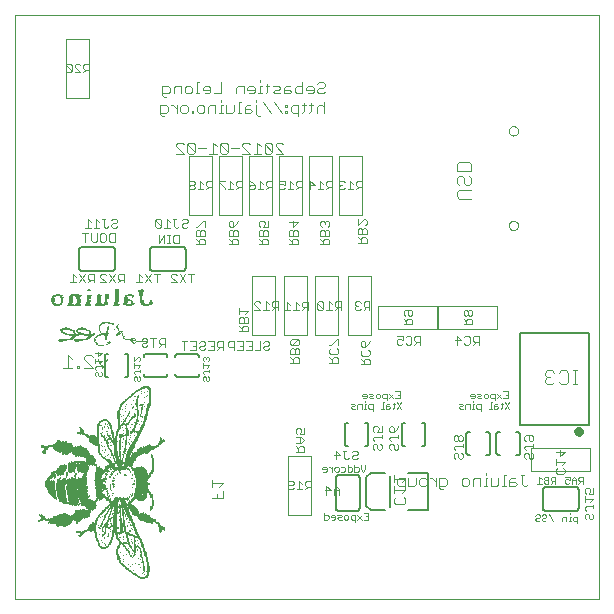
<source format=gbo>
G75*
G70*
%OFA0B0*%
%FSLAX24Y24*%
%IPPOS*%
%LPD*%
%AMOC8*
5,1,8,0,0,1.08239X$1,22.5*
%
%ADD10C,0.0000*%
%ADD11R,0.0210X0.0030*%
%ADD12R,0.0090X0.0030*%
%ADD13R,0.0060X0.0030*%
%ADD14R,0.0030X0.0030*%
%ADD15R,0.0120X0.0030*%
%ADD16R,0.0420X0.0030*%
%ADD17R,0.0300X0.0030*%
%ADD18R,0.0240X0.0030*%
%ADD19R,0.0150X0.0030*%
%ADD20R,0.0180X0.0030*%
%ADD21R,0.0360X0.0030*%
%ADD22R,0.1020X0.0030*%
%ADD23R,0.0390X0.0030*%
%ADD24R,0.0270X0.0030*%
%ADD25R,0.0330X0.0030*%
%ADD26R,0.0480X0.0030*%
%ADD27C,0.0040*%
%ADD28C,0.0030*%
%ADD29C,0.0020*%
%ADD30R,0.0020X0.0060*%
%ADD31R,0.0020X0.0080*%
%ADD32R,0.0020X0.0100*%
%ADD33R,0.0020X0.0220*%
%ADD34R,0.0020X0.0180*%
%ADD35R,0.0020X0.0140*%
%ADD36R,0.0020X0.0160*%
%ADD37R,0.0020X0.0280*%
%ADD38R,0.0020X0.0240*%
%ADD39R,0.0020X0.0040*%
%ADD40R,0.0020X0.0120*%
%ADD41R,0.0020X0.0340*%
%ADD42R,0.0020X0.0380*%
%ADD43R,0.0020X0.0440*%
%ADD44R,0.0020X0.0540*%
%ADD45R,0.0020X0.0480*%
%ADD46R,0.0020X0.0520*%
%ADD47R,0.0020X0.0200*%
%ADD48R,0.0020X0.0600*%
%ADD49R,0.0020X0.0260*%
%ADD50R,0.0020X0.0620*%
%ADD51R,0.0020X0.0300*%
%ADD52R,0.0020X0.0360*%
%ADD53R,0.0020X0.0640*%
%ADD54R,0.0020X0.0760*%
%ADD55R,0.0020X0.0400*%
%ADD56R,0.0020X0.0780*%
%ADD57R,0.0020X0.0320*%
%ADD58R,0.0020X0.0720*%
%ADD59R,0.0020X0.0740*%
%ADD60R,0.0020X0.0420*%
%ADD61R,0.0020X0.0820*%
%ADD62R,0.0020X0.0840*%
%ADD63R,0.0020X0.0460*%
%ADD64R,0.0020X0.0560*%
%ADD65R,0.0020X0.0660*%
%ADD66R,0.0020X0.0020*%
%ADD67R,0.0020X0.0880*%
%ADD68R,0.0020X0.0900*%
%ADD69R,0.0020X0.0940*%
%ADD70R,0.0020X0.0920*%
%ADD71R,0.0020X0.0500*%
%ADD72R,0.0020X0.0580*%
%ADD73R,0.0020X0.0700*%
%ADD74R,0.0020X0.0800*%
%ADD75R,0.0020X0.0980*%
%ADD76R,0.0020X0.1060*%
%ADD77R,0.0020X0.1040*%
%ADD78R,0.0020X0.1480*%
%ADD79R,0.0020X0.1460*%
%ADD80R,0.0020X0.1120*%
%ADD81R,0.0020X0.1080*%
%ADD82R,0.0020X0.1020*%
%ADD83R,0.0020X0.0680*%
%ADD84R,0.0020X0.1360*%
%ADD85R,0.0020X0.1100*%
%ADD86R,0.0020X0.1140*%
%ADD87R,0.0020X0.1160*%
%ADD88R,0.0020X0.1000*%
%ADD89C,0.0160*%
%ADD90C,0.0080*%
%ADD91C,0.0060*%
%ADD92C,0.0079*%
D10*
X000897Y000151D02*
X000897Y019646D01*
X020382Y019636D01*
X020382Y000151D01*
X000897Y000151D01*
X017363Y012619D02*
X017365Y012644D01*
X017371Y012668D01*
X017380Y012690D01*
X017393Y012711D01*
X017409Y012730D01*
X017428Y012746D01*
X017449Y012759D01*
X017471Y012768D01*
X017495Y012774D01*
X017520Y012776D01*
X017545Y012774D01*
X017569Y012768D01*
X017591Y012759D01*
X017612Y012746D01*
X017631Y012730D01*
X017647Y012711D01*
X017660Y012690D01*
X017669Y012668D01*
X017675Y012644D01*
X017677Y012619D01*
X017675Y012594D01*
X017669Y012570D01*
X017660Y012548D01*
X017647Y012527D01*
X017631Y012508D01*
X017612Y012492D01*
X017591Y012479D01*
X017569Y012470D01*
X017545Y012464D01*
X017520Y012462D01*
X017495Y012464D01*
X017471Y012470D01*
X017449Y012479D01*
X017428Y012492D01*
X017409Y012508D01*
X017393Y012527D01*
X017380Y012548D01*
X017371Y012570D01*
X017365Y012594D01*
X017363Y012619D01*
X017363Y015769D02*
X017365Y015794D01*
X017371Y015818D01*
X017380Y015840D01*
X017393Y015861D01*
X017409Y015880D01*
X017428Y015896D01*
X017449Y015909D01*
X017471Y015918D01*
X017495Y015924D01*
X017520Y015926D01*
X017545Y015924D01*
X017569Y015918D01*
X017591Y015909D01*
X017612Y015896D01*
X017631Y015880D01*
X017647Y015861D01*
X017660Y015840D01*
X017669Y015818D01*
X017675Y015794D01*
X017677Y015769D01*
X017675Y015744D01*
X017669Y015720D01*
X017660Y015698D01*
X017647Y015677D01*
X017631Y015658D01*
X017612Y015642D01*
X017591Y015629D01*
X017569Y015620D01*
X017545Y015614D01*
X017520Y015612D01*
X017495Y015614D01*
X017471Y015620D01*
X017449Y015629D01*
X017428Y015642D01*
X017409Y015658D01*
X017393Y015677D01*
X017380Y015698D01*
X017371Y015720D01*
X017365Y015744D01*
X017363Y015769D01*
D11*
X005123Y010427D03*
X004703Y009917D03*
X004283Y009917D03*
X003713Y009977D03*
X003353Y009947D03*
X003353Y009917D03*
X003023Y009947D03*
X002783Y009947D03*
X003102Y008991D03*
X003792Y008601D03*
X004842Y008751D03*
D12*
X004392Y009021D03*
X004332Y009171D03*
X004302Y009201D03*
X004182Y009291D03*
X003642Y008901D03*
X003552Y008991D03*
X003402Y009021D03*
X003402Y009051D03*
X003372Y009081D03*
X003132Y009201D03*
X002982Y009111D03*
X002982Y009051D03*
X002892Y009021D03*
X002862Y009051D03*
X002952Y008811D03*
X002442Y008811D03*
X002472Y009051D03*
X002472Y009111D03*
X002453Y010007D03*
X002483Y010037D03*
X002483Y010067D03*
X002483Y010097D03*
X002483Y010127D03*
X002483Y010157D03*
X002453Y010217D03*
X002183Y010187D03*
X002183Y010037D03*
X003353Y010127D03*
X003383Y010457D03*
X003713Y010307D03*
X003953Y010127D03*
X003953Y010097D03*
X003953Y010067D03*
X004613Y010217D03*
X004793Y010067D03*
X004823Y010037D03*
X004853Y010217D03*
X005123Y010217D03*
X005123Y010187D03*
X005123Y010157D03*
X005123Y010127D03*
X005153Y010457D03*
X005453Y010067D03*
X004032Y008661D03*
X003972Y008631D03*
D13*
X003957Y008781D03*
X003957Y008811D03*
X003957Y008841D03*
X003957Y008871D03*
X003957Y008901D03*
X003987Y009021D03*
X003987Y009051D03*
X004017Y009141D03*
X004017Y009171D03*
X004017Y009201D03*
X003777Y009291D03*
X003747Y009261D03*
X003417Y008991D03*
X003597Y008871D03*
X003567Y008811D03*
X003567Y008781D03*
X003567Y008751D03*
X003597Y008691D03*
X003627Y008661D03*
X003657Y008631D03*
X004317Y008931D03*
X004527Y008901D03*
X004557Y008841D03*
X004797Y008721D03*
X004827Y008691D03*
X004887Y008661D03*
X004317Y009231D03*
X005438Y010097D03*
X002967Y009081D03*
X002907Y008991D03*
X002607Y009201D03*
X002457Y009081D03*
D14*
X003582Y008841D03*
X003582Y008721D03*
X003792Y009021D03*
X003762Y009051D03*
X003732Y009111D03*
X003732Y009141D03*
X003732Y009171D03*
X003732Y009201D03*
X003732Y009231D03*
X004002Y009111D03*
X004002Y009081D03*
X004032Y009231D03*
X004242Y009141D03*
X004362Y009141D03*
X004392Y009111D03*
X004392Y009081D03*
X004482Y009021D03*
X004512Y008991D03*
X004512Y008961D03*
X004512Y008931D03*
X004542Y008871D03*
X004662Y008781D03*
X004932Y008781D03*
X004932Y008811D03*
X004932Y008691D03*
X004392Y009291D03*
X004332Y009261D03*
X004062Y008721D03*
X004853Y010187D03*
D15*
X004838Y010007D03*
X004598Y010037D03*
X004598Y010067D03*
X004598Y010157D03*
X004598Y010187D03*
X004628Y010247D03*
X004298Y010247D03*
X004298Y010217D03*
X004298Y010187D03*
X004298Y010157D03*
X004298Y010127D03*
X004298Y010097D03*
X004298Y010067D03*
X004298Y010277D03*
X004298Y010307D03*
X004298Y010337D03*
X004298Y010367D03*
X004298Y010397D03*
X003968Y010307D03*
X003968Y010247D03*
X003968Y010217D03*
X003968Y010187D03*
X003968Y010157D03*
X003938Y010037D03*
X003938Y010007D03*
X003938Y009977D03*
X003698Y010037D03*
X003698Y010067D03*
X003698Y010097D03*
X003698Y010127D03*
X003698Y010157D03*
X003698Y010187D03*
X003698Y010217D03*
X003728Y010277D03*
X003398Y010277D03*
X003368Y010217D03*
X003368Y010187D03*
X003368Y010157D03*
X003368Y010097D03*
X003368Y010067D03*
X003038Y010067D03*
X003038Y010037D03*
X003038Y010097D03*
X003038Y010127D03*
X002768Y010127D03*
X002768Y010097D03*
X002768Y010067D03*
X002768Y010037D03*
X002768Y010157D03*
X002768Y010187D03*
X002768Y010217D03*
X002468Y010187D03*
X002198Y010217D03*
X002168Y010157D03*
X002168Y010127D03*
X002168Y010097D03*
X002168Y010067D03*
X002198Y010007D03*
X002517Y009021D03*
X002457Y008721D03*
X002817Y008841D03*
X002847Y008871D03*
X002877Y008901D03*
X002847Y009081D03*
X002817Y009111D03*
X003027Y009021D03*
X003327Y009111D03*
X003417Y008901D03*
X003387Y008871D03*
X003327Y008841D03*
X002967Y008721D03*
X003837Y009321D03*
X004347Y008961D03*
X004377Y008991D03*
X004437Y009051D03*
X004857Y008841D03*
X004047Y008691D03*
X005168Y010007D03*
X005138Y010037D03*
X005138Y010067D03*
X005138Y010097D03*
X005108Y010247D03*
X005108Y010277D03*
X005438Y010037D03*
X005438Y010007D03*
X005408Y009977D03*
X003368Y010427D03*
D16*
X003087Y008781D03*
X002577Y008781D03*
X005127Y008721D03*
D17*
X003867Y008961D03*
X003027Y008751D03*
X002517Y008751D03*
X005288Y009947D03*
D18*
X004707Y008811D03*
X003897Y008991D03*
X003957Y009351D03*
X002918Y010307D03*
D19*
X003023Y010187D03*
X003023Y010157D03*
X003023Y010007D03*
X003023Y009977D03*
X002753Y010007D03*
X002423Y009977D03*
X002243Y009977D03*
X002333Y010307D03*
X003383Y010247D03*
X003353Y010037D03*
X003353Y010007D03*
X003353Y009977D03*
X003713Y010247D03*
X003983Y010277D03*
X004313Y010427D03*
X004313Y010457D03*
X004283Y010037D03*
X004283Y010007D03*
X004283Y009977D03*
X004583Y010007D03*
X004823Y009977D03*
X004823Y010247D03*
X004733Y010307D03*
X005123Y010307D03*
X005123Y010337D03*
X005123Y010367D03*
X005183Y009977D03*
X003942Y008931D03*
X003702Y008931D03*
X003282Y008811D03*
X002592Y008991D03*
D20*
X002757Y008811D03*
X002318Y009917D03*
X002768Y009977D03*
X003008Y010217D03*
X003698Y010007D03*
X004298Y009947D03*
X004598Y009977D03*
X004628Y010127D03*
X005108Y010397D03*
X005288Y009917D03*
X004107Y009321D03*
D21*
X003387Y008931D03*
X003147Y009141D03*
X002877Y008931D03*
X004688Y009947D03*
D22*
X003087Y008961D03*
D23*
X002622Y009141D03*
X002933Y010247D03*
X002933Y010277D03*
X003773Y009947D03*
D24*
X003132Y009171D03*
X002622Y009171D03*
X002333Y009947D03*
X004673Y010097D03*
X004733Y010277D03*
D25*
X003743Y009917D03*
X002333Y010247D03*
D26*
X002888Y009917D03*
D27*
X002665Y008311D02*
X002665Y007850D01*
X002818Y007850D02*
X002511Y007850D01*
X002818Y008157D02*
X002665Y008311D01*
X002972Y007927D02*
X002972Y007850D01*
X003048Y007850D01*
X003048Y007927D01*
X002972Y007927D01*
X003202Y007850D02*
X003509Y007850D01*
X003202Y008157D01*
X003202Y008234D01*
X003279Y008311D01*
X003432Y008311D01*
X003509Y008234D01*
X003662Y008157D02*
X003816Y007850D01*
X003969Y008157D01*
X015643Y013583D02*
X015643Y013736D01*
X015720Y013813D01*
X016104Y013813D01*
X016027Y013967D02*
X015950Y013967D01*
X015874Y014043D01*
X015874Y014197D01*
X015797Y014273D01*
X015720Y014273D01*
X015643Y014197D01*
X015643Y014043D01*
X015720Y013967D01*
X016027Y013967D02*
X016104Y014043D01*
X016104Y014197D01*
X016027Y014273D01*
X016104Y014427D02*
X016104Y014657D01*
X016027Y014734D01*
X015720Y014734D01*
X015643Y014657D01*
X015643Y014427D01*
X016104Y014427D01*
X016104Y013506D02*
X015720Y013506D01*
X015643Y013583D01*
X018657Y007782D02*
X018581Y007705D01*
X018581Y007628D01*
X018657Y007551D01*
X018581Y007475D01*
X018581Y007398D01*
X018657Y007321D01*
X018811Y007321D01*
X018887Y007398D01*
X019041Y007398D02*
X019118Y007321D01*
X019271Y007321D01*
X019348Y007398D01*
X019348Y007705D01*
X019271Y007782D01*
X019118Y007782D01*
X019041Y007705D01*
X018887Y007705D02*
X018811Y007782D01*
X018657Y007782D01*
X018657Y007551D02*
X018734Y007551D01*
X019501Y007321D02*
X019655Y007321D01*
X019578Y007321D02*
X019578Y007782D01*
X019655Y007782D02*
X019501Y007782D01*
D28*
X018134Y005622D02*
X017940Y005622D01*
X017892Y005574D01*
X017892Y005477D01*
X017940Y005429D01*
X018037Y005477D02*
X018037Y005622D01*
X018134Y005622D02*
X018182Y005574D01*
X018182Y005477D01*
X018134Y005429D01*
X018085Y005429D01*
X018037Y005477D01*
X018182Y005328D02*
X018182Y005231D01*
X018182Y005279D02*
X017940Y005279D01*
X017892Y005231D01*
X017892Y005183D01*
X017940Y005134D01*
X017940Y005033D02*
X017892Y004985D01*
X017892Y004888D01*
X017940Y004840D01*
X018037Y004888D02*
X018037Y004985D01*
X017989Y005033D01*
X017940Y005033D01*
X018037Y004888D02*
X018085Y004840D01*
X018134Y004840D01*
X018182Y004888D01*
X018182Y004985D01*
X018134Y005033D01*
X017884Y004310D02*
X017760Y004310D01*
X017822Y004310D02*
X017822Y004001D01*
X017884Y003939D01*
X017945Y003939D01*
X018007Y004001D01*
X017639Y004001D02*
X017577Y003939D01*
X017392Y003939D01*
X017392Y004124D01*
X017454Y004186D01*
X017577Y004186D01*
X017577Y004063D02*
X017392Y004063D01*
X017270Y003939D02*
X017147Y003939D01*
X017209Y003939D02*
X017209Y004310D01*
X017270Y004310D01*
X017025Y004186D02*
X017025Y004001D01*
X016963Y003939D01*
X016778Y003939D01*
X016778Y004186D01*
X016657Y004186D02*
X016595Y004186D01*
X016595Y003939D01*
X016657Y003939D02*
X016533Y003939D01*
X016411Y003939D02*
X016411Y004186D01*
X016226Y004186D01*
X016164Y004124D01*
X016164Y003939D01*
X016043Y004001D02*
X015981Y003939D01*
X015858Y003939D01*
X015796Y004001D01*
X015796Y004124D01*
X015858Y004186D01*
X015981Y004186D01*
X016043Y004124D01*
X016043Y004001D01*
X016595Y004310D02*
X016595Y004371D01*
X015832Y004888D02*
X015784Y004840D01*
X015735Y004840D01*
X015687Y004888D01*
X015687Y004985D01*
X015639Y005033D01*
X015590Y005033D01*
X015542Y004985D01*
X015542Y004888D01*
X015590Y004840D01*
X015832Y004888D02*
X015832Y004985D01*
X015784Y005033D01*
X015832Y005231D02*
X015832Y005328D01*
X015832Y005279D02*
X015590Y005279D01*
X015542Y005231D01*
X015542Y005183D01*
X015590Y005134D01*
X015590Y005429D02*
X015639Y005429D01*
X015687Y005477D01*
X015687Y005574D01*
X015639Y005622D01*
X015590Y005622D01*
X015542Y005574D01*
X015542Y005477D01*
X015590Y005429D01*
X015687Y005477D02*
X015735Y005429D01*
X015784Y005429D01*
X015832Y005477D01*
X015832Y005574D01*
X015784Y005622D01*
X015735Y005622D01*
X015687Y005574D01*
X015244Y004186D02*
X015059Y004186D01*
X015059Y003878D01*
X015121Y003816D01*
X015183Y003816D01*
X015244Y003939D02*
X015059Y003939D01*
X014938Y003939D02*
X014938Y004186D01*
X014938Y004063D02*
X014814Y004186D01*
X014753Y004186D01*
X014631Y004124D02*
X014631Y004001D01*
X014569Y003939D01*
X014446Y003939D01*
X014384Y004001D01*
X014384Y004124D01*
X014446Y004186D01*
X014569Y004186D01*
X014631Y004124D01*
X014263Y004186D02*
X014263Y004001D01*
X014201Y003939D01*
X014016Y003939D01*
X014016Y004186D01*
X013926Y004176D02*
X013803Y004053D01*
X013894Y003939D02*
X013709Y003939D01*
X013647Y004001D01*
X013647Y004124D01*
X013709Y004186D01*
X013894Y004186D01*
X013894Y003816D01*
X013926Y003808D02*
X013556Y003808D01*
X013556Y003931D02*
X013556Y003684D01*
X013617Y003563D02*
X013556Y003501D01*
X013556Y003378D01*
X013617Y003316D01*
X013864Y003316D01*
X013926Y003378D01*
X013926Y003501D01*
X013864Y003563D01*
X013803Y003684D02*
X013926Y003808D01*
X013556Y004053D02*
X013556Y004300D01*
X013556Y004176D02*
X013926Y004176D01*
X013634Y005140D02*
X013585Y005140D01*
X013537Y005188D01*
X013537Y005285D01*
X013489Y005333D01*
X013440Y005333D01*
X013392Y005285D01*
X013392Y005188D01*
X013440Y005140D01*
X013634Y005140D02*
X013682Y005188D01*
X013682Y005285D01*
X013634Y005333D01*
X013682Y005531D02*
X013682Y005628D01*
X013682Y005579D02*
X013440Y005579D01*
X013392Y005531D01*
X013392Y005483D01*
X013440Y005434D01*
X013440Y005729D02*
X013392Y005777D01*
X013392Y005874D01*
X013440Y005922D01*
X013489Y005922D01*
X013537Y005874D01*
X013537Y005729D01*
X013440Y005729D01*
X013537Y005729D02*
X013634Y005826D01*
X013682Y005922D01*
X013132Y005922D02*
X013132Y005729D01*
X012987Y005729D01*
X013035Y005826D01*
X013035Y005874D01*
X012987Y005922D01*
X012890Y005922D01*
X012842Y005874D01*
X012842Y005777D01*
X012890Y005729D01*
X012890Y005579D02*
X013132Y005579D01*
X013132Y005531D02*
X013132Y005628D01*
X012890Y005579D02*
X012842Y005531D01*
X012842Y005483D01*
X012890Y005434D01*
X012890Y005333D02*
X012842Y005285D01*
X012842Y005188D01*
X012890Y005140D01*
X012987Y005188D02*
X012987Y005285D01*
X012939Y005333D01*
X012890Y005333D01*
X012987Y005188D02*
X013035Y005140D01*
X013084Y005140D01*
X013132Y005188D01*
X013132Y005285D01*
X013084Y005333D01*
X012332Y005058D02*
X012332Y005010D01*
X012284Y004961D01*
X012187Y004961D01*
X012139Y004913D01*
X012139Y004865D01*
X012187Y004816D01*
X012284Y004816D01*
X012332Y004865D01*
X012332Y005058D02*
X012284Y005106D01*
X012187Y005106D01*
X012139Y005058D01*
X011941Y005106D02*
X011844Y005106D01*
X011892Y005106D02*
X011892Y004865D01*
X011941Y004816D01*
X011989Y004816D01*
X012037Y004865D01*
X011743Y004961D02*
X011549Y004961D01*
X011598Y004816D02*
X011598Y005106D01*
X011743Y004961D01*
X010782Y004106D02*
X010637Y004106D01*
X010589Y004058D01*
X010589Y003961D01*
X010637Y003913D01*
X010782Y003913D01*
X010685Y003913D02*
X010589Y003816D01*
X010487Y003816D02*
X010294Y003816D01*
X010391Y003816D02*
X010391Y004106D01*
X010487Y004010D01*
X010193Y004010D02*
X010144Y003961D01*
X009999Y003961D01*
X009999Y003865D02*
X009999Y004058D01*
X010048Y004106D01*
X010144Y004106D01*
X010193Y004058D01*
X010193Y004010D01*
X010193Y003865D02*
X010144Y003816D01*
X010048Y003816D01*
X009999Y003865D01*
X010782Y003816D02*
X010782Y004106D01*
X011282Y003936D02*
X011282Y003646D01*
X011233Y003791D02*
X011427Y003791D01*
X011282Y003936D01*
X011528Y003840D02*
X011528Y003646D01*
X011528Y003791D02*
X011721Y003791D01*
X011721Y003840D02*
X011625Y003936D01*
X011528Y003840D01*
X011721Y003840D02*
X011721Y003646D01*
X010552Y005066D02*
X010262Y005066D01*
X010359Y005066D02*
X010359Y005211D01*
X010407Y005260D01*
X010504Y005260D01*
X010552Y005211D01*
X010552Y005066D01*
X010359Y005163D02*
X010262Y005260D01*
X010262Y005361D02*
X010455Y005361D01*
X010552Y005458D01*
X010455Y005554D01*
X010262Y005554D01*
X010310Y005655D02*
X010262Y005704D01*
X010262Y005801D01*
X010310Y005849D01*
X010407Y005849D01*
X010455Y005801D01*
X010455Y005752D01*
X010407Y005655D01*
X010552Y005655D01*
X010552Y005849D01*
X010407Y005554D02*
X010407Y005361D01*
X007832Y004021D02*
X007462Y004021D01*
X007462Y003898D02*
X007462Y004145D01*
X007709Y003898D02*
X007832Y004021D01*
X007832Y003776D02*
X007832Y003530D01*
X007462Y003530D01*
X007647Y003530D02*
X007647Y003653D01*
X010092Y008032D02*
X010382Y008032D01*
X010382Y008177D01*
X010334Y008226D01*
X010237Y008226D01*
X010189Y008177D01*
X010189Y008032D01*
X010189Y008129D02*
X010092Y008226D01*
X010092Y008327D02*
X010092Y008472D01*
X010140Y008520D01*
X010189Y008520D01*
X010237Y008472D01*
X010237Y008327D01*
X010237Y008472D02*
X010285Y008520D01*
X010334Y008520D01*
X010382Y008472D01*
X010382Y008327D01*
X010092Y008327D01*
X010140Y008622D02*
X010334Y008815D01*
X010140Y008815D01*
X010092Y008767D01*
X010092Y008670D01*
X010140Y008622D01*
X010334Y008622D01*
X010382Y008670D01*
X010382Y008767D01*
X010334Y008815D01*
X009382Y008708D02*
X009382Y008660D01*
X009334Y008611D01*
X009237Y008611D01*
X009189Y008563D01*
X009189Y008515D01*
X009237Y008466D01*
X009334Y008466D01*
X009382Y008515D01*
X009382Y008708D02*
X009334Y008756D01*
X009237Y008756D01*
X009189Y008708D01*
X009087Y008756D02*
X009087Y008466D01*
X008894Y008466D01*
X008793Y008466D02*
X008599Y008466D01*
X008498Y008466D02*
X008305Y008466D01*
X008203Y008466D02*
X008203Y008756D01*
X008058Y008756D01*
X008010Y008708D01*
X008010Y008611D01*
X008058Y008563D01*
X008203Y008563D01*
X008401Y008611D02*
X008498Y008611D01*
X008498Y008756D02*
X008498Y008466D01*
X008696Y008611D02*
X008793Y008611D01*
X008793Y008756D02*
X008793Y008466D01*
X008793Y008756D02*
X008599Y008756D01*
X008498Y008756D02*
X008305Y008756D01*
X008392Y009082D02*
X008682Y009082D01*
X008682Y009227D01*
X008634Y009276D01*
X008537Y009276D01*
X008489Y009227D01*
X008489Y009082D01*
X008489Y009179D02*
X008392Y009276D01*
X008392Y009377D02*
X008392Y009522D01*
X008440Y009570D01*
X008489Y009570D01*
X008537Y009522D01*
X008537Y009377D01*
X008537Y009522D02*
X008585Y009570D01*
X008634Y009570D01*
X008682Y009522D01*
X008682Y009377D01*
X008392Y009377D01*
X008392Y009672D02*
X008392Y009865D01*
X008392Y009768D02*
X008682Y009768D01*
X008585Y009672D01*
X008883Y009796D02*
X009077Y009796D01*
X008883Y009990D01*
X008883Y010038D01*
X008932Y010086D01*
X009028Y010086D01*
X009077Y010038D01*
X009275Y010086D02*
X009275Y009796D01*
X009371Y009796D02*
X009178Y009796D01*
X009371Y009990D02*
X009275Y010086D01*
X009472Y010038D02*
X009472Y009941D01*
X009521Y009893D01*
X009666Y009893D01*
X009569Y009893D02*
X009472Y009796D01*
X009666Y009796D02*
X009666Y010086D01*
X009521Y010086D01*
X009472Y010038D01*
X009883Y009786D02*
X010077Y009786D01*
X009980Y009786D02*
X009980Y010076D01*
X010077Y009980D01*
X010178Y009786D02*
X010371Y009786D01*
X010275Y009786D02*
X010275Y010076D01*
X010371Y009980D01*
X010472Y010028D02*
X010472Y009931D01*
X010521Y009883D01*
X010666Y009883D01*
X010569Y009883D02*
X010472Y009786D01*
X010666Y009786D02*
X010666Y010076D01*
X010521Y010076D01*
X010472Y010028D01*
X010983Y010038D02*
X010983Y009845D01*
X011032Y009796D01*
X011128Y009796D01*
X011177Y009845D01*
X010983Y010038D01*
X011032Y010086D01*
X011128Y010086D01*
X011177Y010038D01*
X011177Y009845D01*
X011278Y009796D02*
X011471Y009796D01*
X011375Y009796D02*
X011375Y010086D01*
X011471Y009990D01*
X011572Y010038D02*
X011572Y009941D01*
X011621Y009893D01*
X011766Y009893D01*
X011669Y009893D02*
X011572Y009796D01*
X011766Y009796D02*
X011766Y010086D01*
X011621Y010086D01*
X011572Y010038D01*
X012233Y010038D02*
X012233Y009990D01*
X012282Y009941D01*
X012233Y009893D01*
X012233Y009845D01*
X012282Y009796D01*
X012378Y009796D01*
X012427Y009845D01*
X012528Y009796D02*
X012625Y009893D01*
X012576Y009893D02*
X012721Y009893D01*
X012721Y009796D02*
X012721Y010086D01*
X012576Y010086D01*
X012528Y010038D01*
X012528Y009941D01*
X012576Y009893D01*
X012427Y010038D02*
X012378Y010086D01*
X012282Y010086D01*
X012233Y010038D01*
X012282Y009941D02*
X012330Y009941D01*
X012490Y008765D02*
X012539Y008765D01*
X012587Y008717D01*
X012587Y008572D01*
X012490Y008572D01*
X012442Y008620D01*
X012442Y008717D01*
X012490Y008765D01*
X012684Y008668D02*
X012587Y008572D01*
X012684Y008668D02*
X012732Y008765D01*
X012684Y008470D02*
X012732Y008422D01*
X012732Y008325D01*
X012684Y008277D01*
X012490Y008277D01*
X012442Y008325D01*
X012442Y008422D01*
X012490Y008470D01*
X012442Y008176D02*
X012539Y008079D01*
X012539Y008127D02*
X012539Y007982D01*
X012442Y007982D02*
X012732Y007982D01*
X012732Y008127D01*
X012684Y008176D01*
X012587Y008176D01*
X012539Y008127D01*
X011682Y008177D02*
X011682Y008032D01*
X011392Y008032D01*
X011489Y008032D02*
X011489Y008177D01*
X011537Y008226D01*
X011634Y008226D01*
X011682Y008177D01*
X011634Y008327D02*
X011682Y008375D01*
X011682Y008472D01*
X011634Y008520D01*
X011682Y008622D02*
X011682Y008815D01*
X011634Y008815D01*
X011440Y008622D01*
X011392Y008622D01*
X011440Y008520D02*
X011392Y008472D01*
X011392Y008375D01*
X011440Y008327D01*
X011634Y008327D01*
X011489Y008129D02*
X011392Y008226D01*
X013633Y008695D02*
X013682Y008646D01*
X013778Y008646D01*
X013827Y008695D01*
X013827Y008791D02*
X013730Y008840D01*
X013682Y008840D01*
X013633Y008791D01*
X013633Y008695D01*
X013827Y008791D02*
X013827Y008936D01*
X013633Y008936D01*
X013928Y008888D02*
X013976Y008936D01*
X014073Y008936D01*
X014121Y008888D01*
X014121Y008695D01*
X014073Y008646D01*
X013976Y008646D01*
X013928Y008695D01*
X014222Y008646D02*
X014319Y008743D01*
X014271Y008743D02*
X014416Y008743D01*
X014416Y008646D02*
X014416Y008936D01*
X014271Y008936D01*
X014222Y008888D01*
X014222Y008791D01*
X014271Y008743D01*
X014152Y009316D02*
X013862Y009316D01*
X013959Y009316D02*
X013959Y009461D01*
X014007Y009510D01*
X014104Y009510D01*
X014152Y009461D01*
X014152Y009316D01*
X013959Y009413D02*
X013862Y009510D01*
X013910Y009611D02*
X013862Y009659D01*
X013862Y009756D01*
X013910Y009804D01*
X014104Y009804D01*
X014152Y009756D01*
X014152Y009659D01*
X014104Y009611D01*
X014055Y009611D01*
X014007Y009659D01*
X014007Y009804D01*
X015632Y008936D02*
X015632Y008646D01*
X015583Y008791D02*
X015777Y008791D01*
X015632Y008936D01*
X015862Y009316D02*
X016152Y009316D01*
X016152Y009461D01*
X016104Y009510D01*
X016007Y009510D01*
X015959Y009461D01*
X015959Y009316D01*
X015959Y009413D02*
X015862Y009510D01*
X015910Y009611D02*
X015862Y009659D01*
X015862Y009756D01*
X015910Y009804D01*
X015959Y009804D01*
X016007Y009756D01*
X016007Y009659D01*
X016055Y009611D01*
X016104Y009611D01*
X016152Y009659D01*
X016152Y009756D01*
X016104Y009804D01*
X016055Y009804D01*
X016007Y009756D01*
X016007Y009659D02*
X015959Y009611D01*
X015910Y009611D01*
X015926Y008936D02*
X016023Y008936D01*
X016071Y008888D01*
X016071Y008695D01*
X016023Y008646D01*
X015926Y008646D01*
X015878Y008695D01*
X015878Y008888D02*
X015926Y008936D01*
X016172Y008888D02*
X016172Y008791D01*
X016221Y008743D01*
X016366Y008743D01*
X016269Y008743D02*
X016172Y008646D01*
X016366Y008646D02*
X016366Y008936D01*
X016221Y008936D01*
X016172Y008888D01*
X012632Y012032D02*
X012632Y012177D01*
X012584Y012226D01*
X012487Y012226D01*
X012439Y012177D01*
X012439Y012032D01*
X012439Y012129D02*
X012342Y012226D01*
X012342Y012327D02*
X012342Y012472D01*
X012390Y012520D01*
X012439Y012520D01*
X012487Y012472D01*
X012487Y012327D01*
X012487Y012472D02*
X012535Y012520D01*
X012584Y012520D01*
X012632Y012472D01*
X012632Y012327D01*
X012342Y012327D01*
X012342Y012622D02*
X012535Y012815D01*
X012584Y012815D01*
X012632Y012767D01*
X012632Y012670D01*
X012584Y012622D01*
X012342Y012622D02*
X012342Y012815D01*
X012342Y012032D02*
X012632Y012032D01*
X011382Y011982D02*
X011382Y012127D01*
X011334Y012176D01*
X011237Y012176D01*
X011189Y012127D01*
X011189Y011982D01*
X011189Y012079D02*
X011092Y012176D01*
X011092Y012277D02*
X011092Y012422D01*
X011140Y012470D01*
X011189Y012470D01*
X011237Y012422D01*
X011237Y012277D01*
X011092Y012277D02*
X011382Y012277D01*
X011382Y012422D01*
X011334Y012470D01*
X011285Y012470D01*
X011237Y012422D01*
X011140Y012572D02*
X011092Y012620D01*
X011092Y012717D01*
X011140Y012765D01*
X011189Y012765D01*
X011237Y012717D01*
X011237Y012668D01*
X011237Y012717D02*
X011285Y012765D01*
X011334Y012765D01*
X011382Y012717D01*
X011382Y012620D01*
X011334Y012572D01*
X011382Y011982D02*
X011092Y011982D01*
X010332Y011982D02*
X010332Y012127D01*
X010284Y012176D01*
X010187Y012176D01*
X010139Y012127D01*
X010139Y011982D01*
X010139Y012079D02*
X010042Y012176D01*
X010042Y012277D02*
X010042Y012422D01*
X010090Y012470D01*
X010139Y012470D01*
X010187Y012422D01*
X010187Y012277D01*
X010042Y012277D02*
X010332Y012277D01*
X010332Y012422D01*
X010284Y012470D01*
X010235Y012470D01*
X010187Y012422D01*
X010187Y012572D02*
X010187Y012765D01*
X010042Y012717D02*
X010332Y012717D01*
X010187Y012572D01*
X010042Y011982D02*
X010332Y011982D01*
X009332Y011982D02*
X009332Y012127D01*
X009284Y012176D01*
X009187Y012176D01*
X009139Y012127D01*
X009139Y011982D01*
X009139Y012079D02*
X009042Y012176D01*
X009042Y012277D02*
X009042Y012422D01*
X009090Y012470D01*
X009139Y012470D01*
X009187Y012422D01*
X009187Y012277D01*
X009187Y012422D02*
X009235Y012470D01*
X009284Y012470D01*
X009332Y012422D01*
X009332Y012277D01*
X009042Y012277D01*
X009042Y011982D02*
X009332Y011982D01*
X009332Y012572D02*
X009187Y012572D01*
X009235Y012668D01*
X009235Y012717D01*
X009187Y012765D01*
X009090Y012765D01*
X009042Y012717D01*
X009042Y012620D01*
X009090Y012572D01*
X009332Y012572D02*
X009332Y012765D01*
X008332Y012765D02*
X008284Y012668D01*
X008187Y012572D01*
X008187Y012717D01*
X008139Y012765D01*
X008090Y012765D01*
X008042Y012717D01*
X008042Y012620D01*
X008090Y012572D01*
X008187Y012572D01*
X008139Y012470D02*
X008090Y012470D01*
X008042Y012422D01*
X008042Y012277D01*
X008332Y012277D01*
X008332Y012422D01*
X008284Y012470D01*
X008235Y012470D01*
X008187Y012422D01*
X008187Y012277D01*
X008187Y012176D02*
X008139Y012127D01*
X008139Y011982D01*
X008139Y012079D02*
X008042Y012176D01*
X008187Y012176D02*
X008284Y012176D01*
X008332Y012127D01*
X008332Y011982D01*
X008042Y011982D01*
X008187Y012422D02*
X008139Y012470D01*
X007232Y012422D02*
X007232Y012277D01*
X006942Y012277D01*
X006942Y012422D01*
X006990Y012470D01*
X007039Y012470D01*
X007087Y012422D01*
X007087Y012277D01*
X007087Y012176D02*
X007039Y012127D01*
X007039Y011982D01*
X007039Y012079D02*
X006942Y012176D01*
X007087Y012176D02*
X007184Y012176D01*
X007232Y012127D01*
X007232Y011982D01*
X006942Y011982D01*
X007087Y012422D02*
X007135Y012470D01*
X007184Y012470D01*
X007232Y012422D01*
X007232Y012572D02*
X007232Y012765D01*
X007184Y012765D01*
X006990Y012572D01*
X006942Y012572D01*
X006661Y012595D02*
X006612Y012546D01*
X006515Y012546D01*
X006467Y012595D01*
X006467Y012643D01*
X006515Y012691D01*
X006612Y012691D01*
X006661Y012740D01*
X006661Y012788D01*
X006612Y012836D01*
X006515Y012836D01*
X006467Y012788D01*
X006269Y012836D02*
X006172Y012836D01*
X006221Y012836D02*
X006221Y012595D01*
X006269Y012546D01*
X006318Y012546D01*
X006366Y012595D01*
X006382Y012306D02*
X006237Y012306D01*
X006189Y012258D01*
X006189Y012065D01*
X006237Y012016D01*
X006382Y012016D01*
X006382Y012306D01*
X006087Y012306D02*
X005991Y012306D01*
X006039Y012306D02*
X006039Y012016D01*
X006087Y012016D02*
X005991Y012016D01*
X005891Y012016D02*
X005891Y012306D01*
X005697Y012016D01*
X005697Y012306D01*
X005728Y012546D02*
X005632Y012546D01*
X005583Y012595D01*
X005583Y012788D01*
X005777Y012595D01*
X005728Y012546D01*
X005777Y012595D02*
X005777Y012788D01*
X005728Y012836D01*
X005632Y012836D01*
X005583Y012788D01*
X005878Y012546D02*
X006071Y012546D01*
X005975Y012546D02*
X005975Y012836D01*
X006071Y012740D01*
X006748Y013816D02*
X006844Y013816D01*
X006893Y013865D01*
X006893Y013913D01*
X006844Y013961D01*
X006748Y013961D01*
X006699Y013913D01*
X006699Y013865D01*
X006748Y013816D01*
X006748Y013961D02*
X006699Y014010D01*
X006699Y014058D01*
X006748Y014106D01*
X006844Y014106D01*
X006893Y014058D01*
X006893Y014010D01*
X006844Y013961D01*
X006994Y013816D02*
X007187Y013816D01*
X007091Y013816D02*
X007091Y014106D01*
X007187Y014010D01*
X007289Y014058D02*
X007337Y014106D01*
X007482Y014106D01*
X007482Y013816D01*
X007482Y013913D02*
X007337Y013913D01*
X007289Y013961D01*
X007289Y014058D01*
X007385Y013913D02*
X007289Y013816D01*
X007699Y014058D02*
X007699Y014106D01*
X007893Y014106D01*
X008091Y014106D02*
X008187Y014010D01*
X008289Y014058D02*
X008337Y014106D01*
X008482Y014106D01*
X008482Y013816D01*
X008482Y013913D02*
X008337Y013913D01*
X008289Y013961D01*
X008289Y014058D01*
X008385Y013913D02*
X008289Y013816D01*
X008187Y013816D02*
X007994Y013816D01*
X008091Y013816D02*
X008091Y014106D01*
X007893Y013865D02*
X007893Y013816D01*
X007893Y013865D02*
X007699Y014058D01*
X007634Y015006D02*
X007387Y015006D01*
X007511Y015006D02*
X007511Y015376D01*
X007634Y015253D01*
X007756Y015315D02*
X007756Y015068D01*
X007817Y015006D01*
X007941Y015006D01*
X008003Y015068D01*
X007756Y015315D01*
X007817Y015376D01*
X007941Y015376D01*
X008003Y015315D01*
X008003Y015068D01*
X008124Y015191D02*
X008371Y015191D01*
X008492Y015253D02*
X008492Y015315D01*
X008554Y015376D01*
X008677Y015376D01*
X008739Y015315D01*
X008984Y015376D02*
X008984Y015006D01*
X009107Y015006D02*
X008861Y015006D01*
X008739Y015006D02*
X008492Y015253D01*
X008492Y015006D02*
X008739Y015006D01*
X009107Y015253D02*
X008984Y015376D01*
X009229Y015315D02*
X009476Y015068D01*
X009414Y015006D01*
X009291Y015006D01*
X009229Y015068D01*
X009229Y015315D01*
X009291Y015376D01*
X009414Y015376D01*
X009476Y015315D01*
X009476Y015068D01*
X009597Y015006D02*
X009844Y015006D01*
X009597Y015253D01*
X009597Y015315D01*
X009659Y015376D01*
X009782Y015376D01*
X009844Y015315D01*
X010355Y016253D02*
X010355Y016623D01*
X010170Y016623D01*
X010108Y016561D01*
X010108Y016438D01*
X010170Y016376D01*
X010355Y016376D01*
X010477Y016376D02*
X010539Y016438D01*
X010539Y016685D01*
X010600Y016623D02*
X010477Y016623D01*
X010722Y016623D02*
X010846Y016623D01*
X010784Y016685D02*
X010784Y016438D01*
X010722Y016376D01*
X010967Y016376D02*
X010967Y016561D01*
X011029Y016623D01*
X011152Y016623D01*
X011214Y016561D01*
X011214Y016746D02*
X011214Y016376D01*
X011166Y017017D02*
X011228Y017079D01*
X011166Y017017D02*
X011043Y017017D01*
X010981Y017079D01*
X010981Y017141D01*
X011043Y017202D01*
X011166Y017202D01*
X011228Y017264D01*
X011228Y017326D01*
X011166Y017387D01*
X011043Y017387D01*
X010981Y017326D01*
X010860Y017202D02*
X010798Y017264D01*
X010675Y017264D01*
X010613Y017202D01*
X010613Y017141D01*
X010860Y017141D01*
X010860Y017202D02*
X010860Y017079D01*
X010798Y017017D01*
X010675Y017017D01*
X010491Y017017D02*
X010306Y017017D01*
X010245Y017079D01*
X010245Y017202D01*
X010306Y017264D01*
X010491Y017264D01*
X010491Y017387D02*
X010491Y017017D01*
X010123Y017079D02*
X010061Y017017D01*
X009876Y017017D01*
X009876Y017202D01*
X009938Y017264D01*
X010061Y017264D01*
X010061Y017141D02*
X009876Y017141D01*
X009755Y017202D02*
X009693Y017264D01*
X009508Y017264D01*
X009387Y017264D02*
X009263Y017264D01*
X009325Y017326D02*
X009325Y017079D01*
X009263Y017017D01*
X009141Y017017D02*
X009018Y017017D01*
X009079Y017017D02*
X009079Y017264D01*
X009141Y017264D01*
X009079Y017387D02*
X009079Y017449D01*
X008896Y017202D02*
X008834Y017264D01*
X008710Y017264D01*
X008649Y017202D01*
X008649Y017141D01*
X008896Y017141D01*
X008896Y017202D02*
X008896Y017079D01*
X008834Y017017D01*
X008710Y017017D01*
X008527Y017017D02*
X008527Y017264D01*
X008342Y017264D01*
X008280Y017202D01*
X008280Y017017D01*
X008390Y016746D02*
X008390Y016376D01*
X008452Y016376D02*
X008328Y016376D01*
X008206Y016438D02*
X008206Y016623D01*
X008206Y016438D02*
X008145Y016376D01*
X007959Y016376D01*
X007959Y016623D01*
X007838Y016623D02*
X007776Y016623D01*
X007776Y016376D01*
X007715Y016376D02*
X007838Y016376D01*
X007592Y016376D02*
X007592Y016623D01*
X007407Y016623D01*
X007346Y016561D01*
X007346Y016376D01*
X007224Y016438D02*
X007162Y016376D01*
X007039Y016376D01*
X006977Y016438D01*
X006977Y016561D01*
X007039Y016623D01*
X007162Y016623D01*
X007224Y016561D01*
X007224Y016438D01*
X006856Y016438D02*
X006794Y016438D01*
X006794Y016376D01*
X006856Y016376D01*
X006856Y016438D01*
X006672Y016438D02*
X006672Y016561D01*
X006610Y016623D01*
X006487Y016623D01*
X006425Y016561D01*
X006425Y016438D01*
X006487Y016376D01*
X006610Y016376D01*
X006672Y016438D01*
X006303Y016500D02*
X006180Y016623D01*
X006118Y016623D01*
X005997Y016561D02*
X005997Y016438D01*
X005935Y016376D01*
X005750Y016376D01*
X005750Y016314D02*
X005750Y016623D01*
X005935Y016623D01*
X005997Y016561D01*
X006303Y016623D02*
X006303Y016376D01*
X005873Y016253D02*
X005811Y016253D01*
X005750Y016314D01*
X005887Y016894D02*
X005825Y016955D01*
X005825Y017264D01*
X006010Y017264D01*
X006072Y017202D01*
X006072Y017079D01*
X006010Y017017D01*
X005825Y017017D01*
X005887Y016894D02*
X005948Y016894D01*
X006193Y017017D02*
X006193Y017202D01*
X006255Y017264D01*
X006440Y017264D01*
X006440Y017017D01*
X006562Y017079D02*
X006562Y017202D01*
X006623Y017264D01*
X006747Y017264D01*
X006809Y017202D01*
X006809Y017079D01*
X006747Y017017D01*
X006623Y017017D01*
X006562Y017079D01*
X006931Y017017D02*
X007054Y017017D01*
X006992Y017017D02*
X006992Y017387D01*
X007054Y017387D01*
X007237Y017264D02*
X007175Y017202D01*
X007175Y017141D01*
X007422Y017141D01*
X007422Y017202D02*
X007361Y017264D01*
X007237Y017264D01*
X007422Y017202D02*
X007422Y017079D01*
X007361Y017017D01*
X007237Y017017D01*
X007544Y017017D02*
X007791Y017017D01*
X007791Y017387D01*
X007776Y016808D02*
X007776Y016746D01*
X008390Y016746D02*
X008452Y016746D01*
X008635Y016623D02*
X008573Y016561D01*
X008573Y016376D01*
X008758Y016376D01*
X008820Y016438D01*
X008758Y016500D01*
X008573Y016500D01*
X008635Y016623D02*
X008758Y016623D01*
X008942Y016623D02*
X008942Y016314D01*
X009004Y016253D01*
X009066Y016253D01*
X009434Y016376D02*
X009187Y016746D01*
X008942Y016746D02*
X008942Y016808D01*
X009508Y017079D02*
X009570Y017141D01*
X009693Y017141D01*
X009755Y017202D01*
X009755Y017017D02*
X009570Y017017D01*
X009508Y017079D01*
X009555Y016746D02*
X009802Y016376D01*
X009925Y016376D02*
X009986Y016376D01*
X009986Y016438D01*
X009925Y016438D01*
X009925Y016376D01*
X009925Y016561D02*
X009986Y016561D01*
X009986Y016623D01*
X009925Y016623D01*
X009925Y016561D01*
X010123Y017079D02*
X010061Y017141D01*
X007266Y015191D02*
X007019Y015191D01*
X006898Y015068D02*
X006651Y015315D01*
X006651Y015068D01*
X006712Y015006D01*
X006836Y015006D01*
X006898Y015068D01*
X006898Y015315D01*
X006836Y015376D01*
X006712Y015376D01*
X006651Y015315D01*
X006529Y015315D02*
X006468Y015376D01*
X006344Y015376D01*
X006282Y015315D01*
X006282Y015253D01*
X006529Y015006D01*
X006282Y015006D01*
X004262Y012836D02*
X004165Y012836D01*
X004117Y012788D01*
X004165Y012691D02*
X004117Y012643D01*
X004117Y012595D01*
X004165Y012546D01*
X004262Y012546D01*
X004311Y012595D01*
X004262Y012691D02*
X004165Y012691D01*
X004262Y012691D02*
X004311Y012740D01*
X004311Y012788D01*
X004262Y012836D01*
X003919Y012836D02*
X003822Y012836D01*
X003871Y012836D02*
X003871Y012595D01*
X003919Y012546D01*
X003968Y012546D01*
X004016Y012595D01*
X004087Y012356D02*
X004232Y012356D01*
X004232Y012066D01*
X004087Y012066D01*
X004039Y012115D01*
X004039Y012308D01*
X004087Y012356D01*
X003937Y012308D02*
X003937Y012115D01*
X003889Y012066D01*
X003792Y012066D01*
X003744Y012115D01*
X003744Y012308D01*
X003792Y012356D01*
X003889Y012356D01*
X003937Y012308D01*
X003643Y012356D02*
X003643Y012115D01*
X003594Y012066D01*
X003498Y012066D01*
X003449Y012115D01*
X003449Y012356D01*
X003348Y012356D02*
X003155Y012356D01*
X003251Y012356D02*
X003251Y012066D01*
X003233Y012546D02*
X003427Y012546D01*
X003330Y012546D02*
X003330Y012836D01*
X003427Y012740D01*
X003528Y012546D02*
X003721Y012546D01*
X003625Y012546D02*
X003625Y012836D01*
X003721Y012740D01*
X003798Y011006D02*
X003894Y011006D01*
X003943Y010958D01*
X004044Y011006D02*
X004237Y010716D01*
X004339Y010716D02*
X004435Y010813D01*
X004387Y010813D02*
X004532Y010813D01*
X004532Y010716D02*
X004532Y011006D01*
X004387Y011006D01*
X004339Y010958D01*
X004339Y010861D01*
X004387Y010813D01*
X004237Y011006D02*
X004044Y010716D01*
X003943Y010716D02*
X003749Y010910D01*
X003749Y010958D01*
X003798Y011006D01*
X003532Y011006D02*
X003532Y010716D01*
X003532Y010813D02*
X003387Y010813D01*
X003339Y010861D01*
X003339Y010958D01*
X003387Y011006D01*
X003532Y011006D01*
X003435Y010813D02*
X003339Y010716D01*
X003237Y010716D02*
X003044Y011006D01*
X002943Y010910D02*
X002846Y011006D01*
X002846Y010716D01*
X002943Y010716D02*
X002749Y010716D01*
X003044Y010716D02*
X003237Y011006D01*
X003749Y010716D02*
X003943Y010716D01*
X004949Y010716D02*
X005143Y010716D01*
X005046Y010716D02*
X005046Y011006D01*
X005143Y010910D01*
X005244Y011006D02*
X005437Y010716D01*
X005244Y010716D02*
X005437Y011006D01*
X005539Y011006D02*
X005732Y011006D01*
X005635Y011006D02*
X005635Y010716D01*
X006099Y010716D02*
X006293Y010716D01*
X006099Y010910D01*
X006099Y010958D01*
X006148Y011006D01*
X006244Y011006D01*
X006293Y010958D01*
X006394Y011006D02*
X006587Y010716D01*
X006394Y010716D02*
X006587Y011006D01*
X006689Y011006D02*
X006882Y011006D01*
X006785Y011006D02*
X006785Y010716D01*
X006755Y008756D02*
X006948Y008756D01*
X006948Y008466D01*
X006755Y008466D01*
X006851Y008611D02*
X006948Y008611D01*
X007049Y008563D02*
X007049Y008515D01*
X007098Y008466D01*
X007194Y008466D01*
X007243Y008515D01*
X007194Y008611D02*
X007098Y008611D01*
X007049Y008563D01*
X007049Y008708D02*
X007098Y008756D01*
X007194Y008756D01*
X007243Y008708D01*
X007243Y008660D01*
X007194Y008611D01*
X007344Y008466D02*
X007537Y008466D01*
X007537Y008756D01*
X007344Y008756D01*
X007441Y008611D02*
X007537Y008611D01*
X007639Y008611D02*
X007687Y008563D01*
X007832Y008563D01*
X007735Y008563D02*
X007639Y008466D01*
X007639Y008611D02*
X007639Y008708D01*
X007687Y008756D01*
X007832Y008756D01*
X007832Y008466D01*
X006653Y008756D02*
X006460Y008756D01*
X006557Y008756D02*
X006557Y008466D01*
X005912Y008566D02*
X005912Y008856D01*
X005767Y008856D01*
X005719Y008808D01*
X005719Y008711D01*
X005767Y008663D01*
X005912Y008663D01*
X005815Y008663D02*
X005719Y008566D01*
X005521Y008566D02*
X005521Y008856D01*
X005617Y008856D02*
X005424Y008856D01*
X005323Y008808D02*
X005323Y008760D01*
X005274Y008711D01*
X005178Y008711D01*
X005129Y008663D01*
X005129Y008615D01*
X005178Y008566D01*
X005274Y008566D01*
X005323Y008615D01*
X005323Y008808D02*
X005274Y008856D01*
X005178Y008856D01*
X005129Y008808D01*
X008748Y013816D02*
X008699Y013865D01*
X008699Y013913D01*
X008748Y013961D01*
X008893Y013961D01*
X008893Y013865D01*
X008844Y013816D01*
X008748Y013816D01*
X008893Y013961D02*
X008796Y014058D01*
X008699Y014106D01*
X009091Y014106D02*
X009091Y013816D01*
X009187Y013816D02*
X008994Y013816D01*
X009187Y014010D02*
X009091Y014106D01*
X009289Y014058D02*
X009289Y013961D01*
X009337Y013913D01*
X009482Y013913D01*
X009385Y013913D02*
X009289Y013816D01*
X009482Y013816D02*
X009482Y014106D01*
X009337Y014106D01*
X009289Y014058D01*
X009699Y014106D02*
X009893Y014106D01*
X009893Y013961D01*
X009796Y014010D01*
X009748Y014010D01*
X009699Y013961D01*
X009699Y013865D01*
X009748Y013816D01*
X009844Y013816D01*
X009893Y013865D01*
X009994Y013816D02*
X010187Y013816D01*
X010091Y013816D02*
X010091Y014106D01*
X010187Y014010D01*
X010289Y014058D02*
X010289Y013961D01*
X010337Y013913D01*
X010482Y013913D01*
X010385Y013913D02*
X010289Y013816D01*
X010482Y013816D02*
X010482Y014106D01*
X010337Y014106D01*
X010289Y014058D01*
X010699Y013961D02*
X010893Y013961D01*
X010748Y014106D01*
X010748Y013816D01*
X010994Y013816D02*
X011187Y013816D01*
X011091Y013816D02*
X011091Y014106D01*
X011187Y014010D01*
X011289Y014058D02*
X011337Y014106D01*
X011482Y014106D01*
X011482Y013816D01*
X011482Y013913D02*
X011337Y013913D01*
X011289Y013961D01*
X011289Y014058D01*
X011385Y013913D02*
X011289Y013816D01*
X011699Y013865D02*
X011748Y013816D01*
X011844Y013816D01*
X011893Y013865D01*
X011994Y013816D02*
X012187Y013816D01*
X012091Y013816D02*
X012091Y014106D01*
X012187Y014010D01*
X012289Y014058D02*
X012337Y014106D01*
X012482Y014106D01*
X012482Y013816D01*
X012482Y013913D02*
X012337Y013913D01*
X012289Y013961D01*
X012289Y014058D01*
X012385Y013913D02*
X012289Y013816D01*
X011893Y014058D02*
X011844Y014106D01*
X011748Y014106D01*
X011699Y014058D01*
X011699Y014010D01*
X011748Y013961D01*
X011699Y013913D01*
X011699Y013865D01*
X011748Y013961D02*
X011796Y013961D01*
X003382Y017716D02*
X003382Y018006D01*
X003237Y018006D01*
X003189Y017958D01*
X003189Y017861D01*
X003237Y017813D01*
X003382Y017813D01*
X003285Y017813D02*
X003189Y017716D01*
X003087Y017716D02*
X002894Y017910D01*
X002894Y017958D01*
X002942Y018006D01*
X003039Y018006D01*
X003087Y017958D01*
X003087Y017716D02*
X002894Y017716D01*
X002793Y017765D02*
X002599Y017958D01*
X002599Y017765D01*
X002648Y017716D01*
X002744Y017716D01*
X002793Y017765D01*
X002793Y017958D01*
X002744Y018006D01*
X002648Y018006D01*
X002599Y017958D01*
X015244Y004186D02*
X015306Y004124D01*
X015306Y004001D01*
X015244Y003939D01*
X017577Y004063D02*
X017639Y004001D01*
X018942Y004381D02*
X018990Y004332D01*
X019184Y004332D01*
X019232Y004381D01*
X019232Y004477D01*
X019184Y004526D01*
X019135Y004627D02*
X019232Y004724D01*
X018942Y004724D01*
X018942Y004820D02*
X018942Y004627D01*
X018990Y004526D02*
X018942Y004477D01*
X018942Y004381D01*
X019087Y004922D02*
X019087Y005115D01*
X018942Y005067D02*
X019232Y005067D01*
X019087Y004922D01*
D29*
X019248Y004231D02*
X019395Y004231D01*
X019395Y004121D01*
X019322Y004158D01*
X019285Y004158D01*
X019248Y004121D01*
X019248Y004048D01*
X019285Y004011D01*
X019358Y004011D01*
X019395Y004048D01*
X019469Y004011D02*
X019469Y004158D01*
X019543Y004231D01*
X019616Y004158D01*
X019616Y004011D01*
X019690Y004011D02*
X019764Y004085D01*
X019727Y004085D02*
X019837Y004085D01*
X019837Y004011D02*
X019837Y004231D01*
X019727Y004231D01*
X019690Y004195D01*
X019690Y004121D01*
X019727Y004085D01*
X019616Y004121D02*
X019469Y004121D01*
X019897Y003821D02*
X019897Y003724D01*
X019945Y003676D01*
X020042Y003676D02*
X020090Y003772D01*
X020090Y003821D01*
X020042Y003869D01*
X019945Y003869D01*
X019897Y003821D01*
X020042Y003676D02*
X020187Y003676D01*
X020187Y003869D01*
X019897Y003584D02*
X019897Y003390D01*
X019897Y003487D02*
X020187Y003487D01*
X020090Y003390D01*
X020187Y003298D02*
X020187Y003202D01*
X020187Y003250D02*
X019945Y003250D01*
X019897Y003202D01*
X019897Y003153D01*
X019945Y003105D01*
X019945Y003013D02*
X019897Y002965D01*
X019897Y002868D01*
X019945Y002819D01*
X020042Y002868D02*
X020042Y002965D01*
X019994Y003013D01*
X019945Y003013D01*
X020042Y002868D02*
X020090Y002819D01*
X020139Y002819D01*
X020187Y002868D01*
X020187Y002965D01*
X020139Y003013D01*
X019657Y002908D02*
X019657Y002688D01*
X019657Y002761D02*
X019547Y002761D01*
X019510Y002798D01*
X019510Y002871D01*
X019547Y002908D01*
X019657Y002908D01*
X019436Y002908D02*
X019399Y002908D01*
X019399Y002761D01*
X019363Y002761D02*
X019436Y002761D01*
X019289Y002761D02*
X019289Y002908D01*
X019179Y002908D01*
X019142Y002871D01*
X019142Y002761D01*
X018847Y002761D02*
X018700Y002981D01*
X018626Y002945D02*
X018626Y002908D01*
X018589Y002871D01*
X018516Y002871D01*
X018479Y002835D01*
X018479Y002798D01*
X018516Y002761D01*
X018589Y002761D01*
X018626Y002798D01*
X018626Y002945D02*
X018589Y002981D01*
X018516Y002981D01*
X018479Y002945D01*
X018405Y002945D02*
X018405Y002908D01*
X018368Y002871D01*
X018295Y002871D01*
X018258Y002835D01*
X018258Y002798D01*
X018295Y002761D01*
X018368Y002761D01*
X018405Y002798D01*
X018405Y002945D02*
X018368Y002981D01*
X018295Y002981D01*
X018258Y002945D01*
X019399Y002981D02*
X019399Y003018D01*
X018907Y004011D02*
X018907Y004231D01*
X018797Y004231D01*
X018760Y004195D01*
X018760Y004121D01*
X018797Y004085D01*
X018907Y004085D01*
X018834Y004085D02*
X018760Y004011D01*
X018686Y004011D02*
X018576Y004011D01*
X018539Y004048D01*
X018539Y004085D01*
X018576Y004121D01*
X018686Y004121D01*
X018686Y004011D02*
X018686Y004231D01*
X018576Y004231D01*
X018539Y004195D01*
X018539Y004158D01*
X018576Y004121D01*
X018465Y004158D02*
X018392Y004231D01*
X018392Y004011D01*
X018465Y004011D02*
X018318Y004011D01*
X018123Y004414D02*
X018123Y005188D01*
X020071Y005188D01*
X020071Y004414D01*
X018123Y004414D01*
X017387Y006511D02*
X017240Y006731D01*
X017166Y006658D02*
X017093Y006658D01*
X017129Y006695D02*
X017129Y006548D01*
X017093Y006511D01*
X017019Y006548D02*
X016982Y006585D01*
X016872Y006585D01*
X016872Y006621D02*
X016872Y006511D01*
X016982Y006511D01*
X017019Y006548D01*
X016982Y006658D02*
X016909Y006658D01*
X016872Y006621D01*
X016798Y006511D02*
X016724Y006511D01*
X016761Y006511D02*
X016761Y006731D01*
X016798Y006731D01*
X016895Y006788D02*
X016895Y007008D01*
X016785Y007008D01*
X016748Y006971D01*
X016748Y006898D01*
X016785Y006861D01*
X016895Y006861D01*
X016969Y006861D02*
X017116Y007008D01*
X017190Y007081D02*
X017337Y007081D01*
X017337Y006861D01*
X017190Y006861D01*
X017116Y006861D02*
X016969Y007008D01*
X017264Y006971D02*
X017337Y006971D01*
X017387Y006731D02*
X017240Y006511D01*
X016674Y006898D02*
X016674Y006971D01*
X016637Y007008D01*
X016564Y007008D01*
X016527Y006971D01*
X016527Y006898D01*
X016564Y006861D01*
X016637Y006861D01*
X016674Y006898D01*
X016453Y006861D02*
X016343Y006861D01*
X016306Y006898D01*
X016343Y006935D01*
X016416Y006935D01*
X016453Y006971D01*
X016416Y007008D01*
X016306Y007008D01*
X016232Y006971D02*
X016232Y006898D01*
X016195Y006861D01*
X016122Y006861D01*
X016085Y006935D02*
X016232Y006935D01*
X016232Y006971D02*
X016195Y007008D01*
X016122Y007008D01*
X016085Y006971D01*
X016085Y006935D01*
X016172Y006768D02*
X016172Y006731D01*
X016172Y006658D02*
X016172Y006511D01*
X016208Y006511D02*
X016135Y006511D01*
X016061Y006511D02*
X016061Y006658D01*
X015951Y006658D01*
X015914Y006621D01*
X015914Y006511D01*
X015840Y006511D02*
X015730Y006511D01*
X015693Y006548D01*
X015730Y006585D01*
X015803Y006585D01*
X015840Y006621D01*
X015803Y006658D01*
X015693Y006658D01*
X016172Y006658D02*
X016208Y006658D01*
X016283Y006621D02*
X016283Y006548D01*
X016319Y006511D01*
X016429Y006511D01*
X016429Y006438D02*
X016429Y006658D01*
X016319Y006658D01*
X016283Y006621D01*
X013787Y006511D02*
X013640Y006731D01*
X013566Y006658D02*
X013493Y006658D01*
X013529Y006695D02*
X013529Y006548D01*
X013493Y006511D01*
X013419Y006548D02*
X013382Y006585D01*
X013272Y006585D01*
X013272Y006621D02*
X013272Y006511D01*
X013382Y006511D01*
X013419Y006548D01*
X013382Y006658D02*
X013309Y006658D01*
X013272Y006621D01*
X013198Y006511D02*
X013124Y006511D01*
X013161Y006511D02*
X013161Y006731D01*
X013198Y006731D01*
X013295Y006788D02*
X013295Y007008D01*
X013185Y007008D01*
X013148Y006971D01*
X013148Y006898D01*
X013185Y006861D01*
X013295Y006861D01*
X013369Y006861D02*
X013516Y007008D01*
X013590Y007081D02*
X013737Y007081D01*
X013737Y006861D01*
X013590Y006861D01*
X013516Y006861D02*
X013369Y007008D01*
X013664Y006971D02*
X013737Y006971D01*
X013787Y006731D02*
X013640Y006511D01*
X013074Y006898D02*
X013074Y006971D01*
X013037Y007008D01*
X012964Y007008D01*
X012927Y006971D01*
X012927Y006898D01*
X012964Y006861D01*
X013037Y006861D01*
X013074Y006898D01*
X012853Y006861D02*
X012743Y006861D01*
X012706Y006898D01*
X012743Y006935D01*
X012816Y006935D01*
X012853Y006971D01*
X012816Y007008D01*
X012706Y007008D01*
X012632Y006971D02*
X012632Y006898D01*
X012595Y006861D01*
X012522Y006861D01*
X012485Y006935D02*
X012632Y006935D01*
X012632Y006971D02*
X012595Y007008D01*
X012522Y007008D01*
X012485Y006971D01*
X012485Y006935D01*
X012572Y006768D02*
X012572Y006731D01*
X012572Y006658D02*
X012572Y006511D01*
X012608Y006511D02*
X012535Y006511D01*
X012461Y006511D02*
X012461Y006658D01*
X012351Y006658D01*
X012314Y006621D01*
X012314Y006511D01*
X012240Y006511D02*
X012130Y006511D01*
X012093Y006548D01*
X012130Y006585D01*
X012203Y006585D01*
X012240Y006621D01*
X012203Y006658D01*
X012093Y006658D01*
X012572Y006658D02*
X012608Y006658D01*
X012683Y006621D02*
X012683Y006548D01*
X012719Y006511D01*
X012829Y006511D01*
X012829Y006438D02*
X012829Y006658D01*
X012719Y006658D01*
X012683Y006621D01*
X010784Y004925D02*
X010010Y004925D01*
X010010Y002978D01*
X010784Y002978D01*
X010784Y004925D01*
X011151Y004521D02*
X011151Y004485D01*
X011298Y004485D01*
X011298Y004521D02*
X011261Y004558D01*
X011188Y004558D01*
X011151Y004521D01*
X011188Y004411D02*
X011261Y004411D01*
X011298Y004448D01*
X011298Y004521D01*
X011372Y004558D02*
X011409Y004558D01*
X011482Y004485D01*
X011482Y004558D02*
X011482Y004411D01*
X011556Y004448D02*
X011556Y004521D01*
X011593Y004558D01*
X011666Y004558D01*
X011703Y004521D01*
X011703Y004448D01*
X011666Y004411D01*
X011593Y004411D01*
X011556Y004448D01*
X011777Y004411D02*
X011887Y004411D01*
X011924Y004448D01*
X011924Y004521D01*
X011887Y004558D01*
X011777Y004558D01*
X011998Y004558D02*
X012108Y004558D01*
X012145Y004521D01*
X012145Y004448D01*
X012108Y004411D01*
X011998Y004411D01*
X011998Y004631D01*
X012219Y004631D02*
X012219Y004411D01*
X012329Y004411D01*
X012366Y004448D01*
X012366Y004521D01*
X012329Y004558D01*
X012219Y004558D01*
X012440Y004485D02*
X012440Y004631D01*
X012440Y004485D02*
X012514Y004411D01*
X012587Y004485D01*
X012587Y004631D01*
X012540Y003031D02*
X012687Y003031D01*
X012687Y002811D01*
X012540Y002811D01*
X012466Y002811D02*
X012319Y002958D01*
X012245Y002958D02*
X012245Y002738D01*
X012245Y002811D02*
X012135Y002811D01*
X012098Y002848D01*
X012098Y002921D01*
X012135Y002958D01*
X012245Y002958D01*
X012319Y002811D02*
X012466Y002958D01*
X012614Y002921D02*
X012687Y002921D01*
X012024Y002921D02*
X012024Y002848D01*
X011987Y002811D01*
X011914Y002811D01*
X011877Y002848D01*
X011877Y002921D01*
X011914Y002958D01*
X011987Y002958D01*
X012024Y002921D01*
X011803Y002921D02*
X011766Y002958D01*
X011656Y002958D01*
X011693Y002885D02*
X011766Y002885D01*
X011803Y002921D01*
X011803Y002811D02*
X011693Y002811D01*
X011656Y002848D01*
X011693Y002885D01*
X011582Y002885D02*
X011435Y002885D01*
X011435Y002921D01*
X011472Y002958D01*
X011545Y002958D01*
X011582Y002921D01*
X011582Y002848D01*
X011545Y002811D01*
X011472Y002811D01*
X011361Y002848D02*
X011361Y002921D01*
X011324Y002958D01*
X011214Y002958D01*
X011214Y003031D02*
X011214Y002811D01*
X011324Y002811D01*
X011361Y002848D01*
X007350Y007435D02*
X007314Y007435D01*
X007277Y007471D01*
X007277Y007545D01*
X007240Y007581D01*
X007204Y007581D01*
X007167Y007545D01*
X007167Y007471D01*
X007204Y007435D01*
X007350Y007435D02*
X007387Y007471D01*
X007387Y007545D01*
X007350Y007581D01*
X007387Y007729D02*
X007387Y007802D01*
X007387Y007766D02*
X007204Y007766D01*
X007167Y007729D01*
X007167Y007692D01*
X007204Y007656D01*
X007167Y007877D02*
X007167Y008023D01*
X007167Y007950D02*
X007387Y007950D01*
X007314Y007877D01*
X007350Y008098D02*
X007387Y008134D01*
X007387Y008208D01*
X007350Y008244D01*
X007314Y008244D01*
X007277Y008208D01*
X007240Y008244D01*
X007204Y008244D01*
X007167Y008208D01*
X007167Y008134D01*
X007204Y008098D01*
X007277Y008171D02*
X007277Y008208D01*
X008810Y008978D02*
X009584Y008978D01*
X009584Y010925D01*
X008810Y010925D01*
X008810Y008978D01*
X009860Y008968D02*
X010634Y008968D01*
X010634Y010915D01*
X009860Y010915D01*
X009860Y008968D01*
X010910Y008978D02*
X011684Y008978D01*
X011684Y010925D01*
X010910Y010925D01*
X010910Y008978D01*
X012010Y008978D02*
X012784Y008978D01*
X012784Y010925D01*
X012010Y010925D01*
X012010Y008978D01*
X013023Y009164D02*
X013023Y009938D01*
X014971Y009938D01*
X014971Y009164D01*
X013023Y009164D01*
X015023Y009164D02*
X015023Y009938D01*
X016971Y009938D01*
X016971Y009164D01*
X015023Y009164D01*
X012484Y012978D02*
X011710Y012978D01*
X011710Y014925D01*
X012484Y014925D01*
X012484Y012978D01*
X011484Y012978D02*
X010710Y012978D01*
X010710Y014925D01*
X011484Y014925D01*
X011484Y012978D01*
X010484Y012978D02*
X009710Y012978D01*
X009710Y014925D01*
X010484Y014925D01*
X010484Y012978D01*
X009484Y012978D02*
X008710Y012978D01*
X008710Y014925D01*
X009484Y014925D01*
X009484Y012978D01*
X008484Y012978D02*
X007710Y012978D01*
X007710Y014925D01*
X008484Y014925D01*
X008484Y012978D01*
X007484Y012978D02*
X006710Y012978D01*
X006710Y014925D01*
X007484Y014925D01*
X007484Y012978D01*
X003384Y016878D02*
X002610Y016878D01*
X002610Y018825D01*
X003384Y018825D01*
X003384Y016878D01*
X003687Y008393D02*
X003687Y008247D01*
X003797Y008357D01*
X003577Y008357D01*
X003577Y008172D02*
X003577Y008026D01*
X003577Y008099D02*
X003797Y008099D01*
X003724Y008026D01*
X003797Y007951D02*
X003797Y007878D01*
X003797Y007915D02*
X003614Y007915D01*
X003577Y007878D01*
X003577Y007841D01*
X003614Y007805D01*
X003614Y007730D02*
X003577Y007694D01*
X003577Y007620D01*
X003614Y007584D01*
X003687Y007620D02*
X003687Y007694D01*
X003650Y007730D01*
X003614Y007730D01*
X003687Y007620D02*
X003724Y007584D01*
X003760Y007584D01*
X003797Y007620D01*
X003797Y007694D01*
X003760Y007730D01*
X004867Y007729D02*
X004904Y007766D01*
X005087Y007766D01*
X005087Y007802D02*
X005087Y007729D01*
X005050Y007581D02*
X005087Y007545D01*
X005087Y007471D01*
X005050Y007435D01*
X005014Y007435D01*
X004977Y007471D01*
X004977Y007545D01*
X004940Y007581D01*
X004904Y007581D01*
X004867Y007545D01*
X004867Y007471D01*
X004904Y007435D01*
X004904Y007656D02*
X004867Y007692D01*
X004867Y007729D01*
X004867Y007877D02*
X004867Y008023D01*
X004867Y007950D02*
X005087Y007950D01*
X005014Y007877D01*
X005050Y008098D02*
X005087Y008134D01*
X005087Y008208D01*
X005050Y008244D01*
X005014Y008244D01*
X004867Y008098D01*
X004867Y008244D01*
D30*
X005197Y007211D03*
X005157Y007191D03*
X005137Y007171D03*
X005117Y007171D03*
X005057Y007131D03*
X005017Y007111D03*
X004957Y007071D03*
X004937Y007051D03*
X004817Y006951D03*
X004797Y006931D03*
X004777Y006911D03*
X004757Y006891D03*
X004697Y006851D03*
X004677Y006831D03*
X004657Y006811D03*
X004877Y006571D03*
X004857Y006531D03*
X004957Y006671D03*
X004937Y006251D03*
X004917Y006251D03*
X004797Y006151D03*
X004777Y006131D03*
X004737Y006071D03*
X004697Y006011D03*
X004597Y006111D03*
X004577Y006091D03*
X004617Y006151D03*
X004637Y006191D03*
X004657Y006211D03*
X004677Y006251D03*
X004517Y005991D03*
X004497Y005971D03*
X004777Y005731D03*
X004897Y005731D03*
X004917Y005731D03*
X004977Y005731D03*
X004997Y005731D03*
X004537Y005591D03*
X004517Y005591D03*
X004057Y005591D03*
X004037Y005611D03*
X003877Y005571D03*
X003857Y005591D03*
X003837Y005611D03*
X003817Y005631D03*
X003957Y005451D03*
X004077Y005171D03*
X003937Y005131D03*
X003797Y004951D03*
X003817Y004931D03*
X003837Y004911D03*
X003857Y004891D03*
X003877Y004871D03*
X003917Y004851D03*
X003937Y004831D03*
X004297Y004691D03*
X004537Y004891D03*
X004557Y004951D03*
X004557Y005071D03*
X004737Y004451D03*
X004837Y004311D03*
X005377Y003991D03*
X005397Y003991D03*
X004797Y003611D03*
X004757Y003571D03*
X004737Y003571D03*
X004697Y003511D03*
X004797Y003411D03*
X004097Y003191D03*
X004037Y003091D03*
X003997Y003031D03*
X003977Y002991D03*
X003957Y002951D03*
X004157Y002871D03*
X004177Y002591D03*
X004117Y002551D03*
X004097Y002551D03*
X003877Y002551D03*
X003797Y002611D03*
X003777Y002591D03*
X003737Y002531D03*
X003837Y002451D03*
X003917Y002351D03*
X003897Y002211D03*
X004037Y001931D03*
X004017Y001911D03*
X003997Y001891D03*
X003957Y001871D03*
X003937Y001871D03*
X003897Y001851D03*
X003877Y001851D03*
X003857Y001851D03*
X003837Y001871D03*
X003817Y001871D03*
X004377Y002371D03*
X004357Y002531D03*
X004697Y002351D03*
X004717Y002331D03*
X004757Y002311D03*
X004777Y002291D03*
X004797Y002291D03*
X004497Y001991D03*
X004657Y001811D03*
X004697Y001751D03*
X004737Y001691D03*
X004757Y001651D03*
X005037Y001911D03*
X005057Y001891D03*
X005017Y001931D03*
X004577Y001251D03*
X004597Y001231D03*
X004617Y001211D03*
X004637Y001191D03*
X004657Y001171D03*
X004677Y001171D03*
X004697Y001151D03*
X004717Y001131D03*
X004737Y001111D03*
X004797Y001071D03*
X004817Y001051D03*
X004857Y001031D03*
X004877Y001011D03*
X004977Y000951D03*
X004997Y000931D03*
X005017Y000931D03*
X005037Y000911D03*
X005057Y000891D03*
X005077Y000891D03*
X005097Y000871D03*
X005117Y000871D03*
X005137Y000851D03*
X005157Y000851D03*
X005177Y000851D03*
X005197Y000851D03*
X005217Y000851D03*
X005237Y000851D03*
X005257Y000871D03*
X004517Y001291D03*
X003277Y002431D03*
X003237Y002411D03*
X003217Y002411D03*
X003077Y002391D03*
X002977Y002391D03*
X003817Y002651D03*
X003597Y003411D03*
X003837Y003751D03*
X003937Y003871D03*
X004197Y003971D03*
X003357Y003771D03*
X003317Y003911D03*
X003317Y003991D03*
X003317Y004091D03*
X002917Y004251D03*
X002657Y004591D03*
X003057Y004711D03*
X003077Y004731D03*
X003097Y004731D03*
X003117Y004731D03*
X003377Y004571D03*
X003257Y005651D03*
X003037Y005691D03*
X003817Y006091D03*
X003857Y006111D03*
X003917Y006131D03*
X003937Y006131D03*
X003957Y006131D03*
X005297Y007231D03*
X005917Y005431D03*
X005697Y005271D03*
X005657Y005251D03*
X005617Y005231D03*
X003377Y003571D03*
X003057Y003311D03*
X003037Y003311D03*
X002677Y003371D03*
X002297Y003911D03*
X001757Y002951D03*
X001737Y002951D03*
X001737Y002771D03*
X001757Y002771D03*
X001717Y002771D03*
X001697Y002771D03*
X001957Y002811D03*
X001857Y005071D03*
X005637Y002711D03*
D31*
X005657Y002701D03*
X005677Y002681D03*
X005617Y002721D03*
X005917Y002461D03*
X005077Y001861D03*
X004797Y001861D03*
X004717Y001721D03*
X004777Y001601D03*
X004497Y001321D03*
X004477Y001341D03*
X004457Y001361D03*
X004537Y001281D03*
X004557Y001261D03*
X004757Y001101D03*
X004777Y001081D03*
X004837Y001041D03*
X004897Y001001D03*
X004917Y000981D03*
X005277Y000881D03*
X005297Y000901D03*
X004477Y002021D03*
X004057Y001961D03*
X003797Y001881D03*
X003777Y001901D03*
X003757Y001921D03*
X003757Y002541D03*
X003897Y002581D03*
X004157Y002601D03*
X003777Y002981D03*
X003757Y002961D03*
X003737Y002941D03*
X003977Y003181D03*
X003997Y003201D03*
X004017Y003221D03*
X004037Y003241D03*
X004057Y003261D03*
X004077Y003281D03*
X004097Y003301D03*
X003937Y003561D03*
X003637Y003441D03*
X003617Y003421D03*
X003617Y003261D03*
X003337Y003761D03*
X003617Y003861D03*
X004077Y004221D03*
X004097Y004221D03*
X004357Y004481D03*
X004557Y004701D03*
X004097Y005121D03*
X004057Y005201D03*
X004157Y005421D03*
X004117Y005481D03*
X003917Y005501D03*
X003777Y004981D03*
X003957Y004821D03*
X003977Y004801D03*
X003997Y004781D03*
X003617Y004621D03*
X003597Y004621D03*
X002977Y004721D03*
X002977Y004321D03*
X002277Y004401D03*
X002177Y005261D03*
X002157Y005261D03*
X002137Y005261D03*
X002117Y005261D03*
X002097Y005261D03*
X002077Y005261D03*
X002057Y005241D03*
X001797Y005221D03*
X003057Y005681D03*
X003077Y005681D03*
X003097Y005681D03*
X003237Y005661D03*
X003277Y005641D03*
X003297Y005621D03*
X003317Y005601D03*
X003097Y005841D03*
X003777Y006061D03*
X003797Y006081D03*
X003977Y006121D03*
X003997Y006101D03*
X004017Y006081D03*
X004037Y006061D03*
X004457Y005941D03*
X004477Y005961D03*
X004677Y005981D03*
X004717Y006041D03*
X004757Y006101D03*
X004817Y005721D03*
X004497Y005621D03*
X005117Y006301D03*
X004717Y006861D03*
X004737Y006881D03*
X004637Y006801D03*
X004617Y006781D03*
X004597Y006761D03*
X004577Y006741D03*
X004557Y006721D03*
X004537Y006701D03*
X004837Y006961D03*
X004857Y006981D03*
X004877Y007001D03*
X004897Y007021D03*
X004917Y007041D03*
X004977Y007081D03*
X004997Y007101D03*
X005037Y007121D03*
X005077Y007141D03*
X005097Y007161D03*
X005317Y007221D03*
X005337Y007221D03*
X005897Y005441D03*
X005857Y005421D03*
X005837Y005401D03*
X005677Y005261D03*
X005637Y005241D03*
X005597Y005221D03*
X004837Y003661D03*
X004857Y003641D03*
X004597Y003481D03*
X004677Y003301D03*
X003357Y002461D03*
X003337Y002461D03*
X003317Y002441D03*
X003297Y002441D03*
X003257Y002421D03*
X003057Y002401D03*
X003037Y002401D03*
X003017Y002401D03*
X002997Y002401D03*
X003077Y002261D03*
X002017Y002801D03*
X001997Y002801D03*
X001977Y002801D03*
X001937Y002821D03*
X001917Y002821D03*
X001797Y002781D03*
X001777Y002781D03*
X001777Y002941D03*
X002317Y003501D03*
X002297Y003521D03*
D32*
X002057Y002791D03*
X002037Y002791D03*
X001797Y002931D03*
X003197Y002371D03*
X003857Y002491D03*
X003917Y002591D03*
X003837Y002671D03*
X003937Y002911D03*
X004057Y002871D03*
X004077Y002931D03*
X004097Y002991D03*
X004137Y003111D03*
X004057Y003111D03*
X003957Y003151D03*
X003937Y003131D03*
X003917Y003111D03*
X003897Y003091D03*
X003877Y003071D03*
X003857Y003051D03*
X003837Y003031D03*
X003817Y003011D03*
X003797Y002991D03*
X003717Y002911D03*
X003697Y002891D03*
X004137Y002591D03*
X004357Y002151D03*
X004377Y002131D03*
X004097Y002011D03*
X004077Y001991D03*
X004757Y001931D03*
X004777Y001891D03*
X004817Y001851D03*
X005097Y001811D03*
X005857Y002511D03*
X005877Y002491D03*
X005597Y002751D03*
X005577Y002751D03*
X005557Y002751D03*
X005537Y002751D03*
X005157Y003471D03*
X004837Y003431D03*
X004417Y003491D03*
X004397Y003491D03*
X004097Y003411D03*
X004057Y003451D03*
X004037Y003471D03*
X003957Y003531D03*
X003657Y003471D03*
X004057Y004551D03*
X004057Y004731D03*
X004037Y004751D03*
X004017Y004771D03*
X004217Y004851D03*
X004197Y004891D03*
X004177Y004951D03*
X004117Y005091D03*
X004237Y004791D03*
X004257Y004751D03*
X004277Y004711D03*
X004337Y004491D03*
X004497Y004511D03*
X004877Y004471D03*
X005577Y005211D03*
X005717Y005311D03*
X005737Y005331D03*
X005877Y005431D03*
X004837Y005731D03*
X004797Y005711D03*
X004537Y006011D03*
X004057Y006031D03*
X003757Y006031D03*
X003337Y005591D03*
X003357Y005571D03*
X003377Y005551D03*
X003897Y005551D03*
X003937Y005471D03*
X004097Y005511D03*
X004137Y005451D03*
X004177Y005391D03*
X002977Y004591D03*
X002037Y005231D03*
X002017Y005211D03*
X001877Y005231D03*
X001857Y005231D03*
X001837Y005231D03*
X001817Y005231D03*
X004457Y006591D03*
X004497Y006651D03*
X004517Y006671D03*
X005037Y006911D03*
X005357Y007211D03*
X004437Y001391D03*
X004937Y000971D03*
X004957Y000971D03*
X005317Y000911D03*
D33*
X005237Y001151D03*
X005217Y001211D03*
X005397Y001151D03*
X005317Y001511D03*
X005277Y001651D03*
X005257Y001711D03*
X005237Y001771D03*
X005217Y001831D03*
X005197Y001891D03*
X004657Y002291D03*
X004877Y002631D03*
X004837Y002731D03*
X005077Y002911D03*
X005017Y002991D03*
X005437Y002791D03*
X005797Y002491D03*
X005177Y003531D03*
X004917Y003591D03*
X003917Y003911D03*
X003897Y003911D03*
X003877Y003911D03*
X004217Y004571D03*
X004577Y005091D03*
X004977Y004951D03*
X005037Y005031D03*
X005057Y005051D03*
X005097Y005071D03*
X005177Y005111D03*
X005237Y005131D03*
X005257Y005131D03*
X005497Y004871D03*
X005797Y005431D03*
X005117Y005791D03*
X005097Y005751D03*
X005137Y005831D03*
X005157Y005871D03*
X005177Y005911D03*
X005217Y006011D03*
X004977Y006071D03*
X005037Y006371D03*
X004157Y005771D03*
X004457Y005551D03*
X004917Y005391D03*
X004937Y005431D03*
X003157Y005751D03*
X003137Y005751D03*
X002257Y005231D03*
X002237Y005231D03*
X001957Y005151D03*
X002337Y004391D03*
X002597Y004531D03*
X002957Y004651D03*
X003057Y004511D03*
X002597Y004071D03*
X002857Y002871D03*
X003437Y002551D03*
X003997Y002651D03*
X004377Y001551D03*
X002177Y002771D03*
X002157Y002771D03*
X002137Y002771D03*
X002117Y002771D03*
X001837Y002851D03*
X001817Y002851D03*
D34*
X001857Y002851D03*
X001957Y003991D03*
X002137Y004271D03*
X002157Y004291D03*
X002217Y004331D03*
X003297Y004051D03*
X003637Y004571D03*
X003957Y004491D03*
X004157Y004631D03*
X004177Y004611D03*
X004197Y004591D03*
X004237Y004531D03*
X004257Y004511D03*
X004517Y004771D03*
X004897Y004431D03*
X004917Y004411D03*
X005417Y005191D03*
X005437Y005191D03*
X005457Y005191D03*
X004697Y005691D03*
X004137Y005851D03*
X003857Y003611D03*
X004117Y003371D03*
X004237Y003411D03*
X004257Y003431D03*
X003977Y002631D03*
X003397Y002531D03*
X003117Y002331D03*
X004317Y001731D03*
X004397Y001491D03*
X005177Y001471D03*
X005177Y001951D03*
X005157Y002011D03*
X005137Y002051D03*
X004977Y002391D03*
X004957Y002431D03*
X004937Y002471D03*
X005477Y002771D03*
X005497Y002771D03*
X005197Y003531D03*
D35*
X005397Y003711D03*
X005417Y003691D03*
X005377Y003751D03*
X005357Y003771D03*
X005457Y003611D03*
X005477Y003191D03*
X004877Y003491D03*
X004697Y003291D03*
X004457Y003471D03*
X004157Y003351D03*
X004137Y003371D03*
X004157Y003191D03*
X003917Y003591D03*
X003877Y004391D03*
X003937Y004451D03*
X004277Y004491D03*
X004557Y004531D03*
X004837Y004511D03*
X005377Y004231D03*
X005457Y004331D03*
X004137Y005071D03*
X004857Y005751D03*
X004117Y005911D03*
X005017Y006871D03*
X002637Y004571D03*
X002317Y004411D03*
X002277Y004251D03*
X002077Y004191D03*
X002657Y004051D03*
X002657Y003871D03*
X002937Y004271D03*
X002217Y005251D03*
X001877Y005071D03*
X001897Y002851D03*
X002077Y002751D03*
X003137Y002331D03*
X003157Y002331D03*
X003697Y002051D03*
X003717Y001991D03*
X003737Y001951D03*
X004117Y002051D03*
X004637Y002331D03*
X005057Y002231D03*
X005517Y002751D03*
X004417Y001431D03*
X004017Y002731D03*
X003657Y002811D03*
D36*
X003377Y002501D03*
X003677Y002121D03*
X004137Y002101D03*
X004157Y002161D03*
X004437Y002021D03*
X004377Y001881D03*
X004697Y002121D03*
X005037Y002261D03*
X005077Y002181D03*
X005097Y002141D03*
X005117Y002101D03*
X004997Y002341D03*
X004617Y002401D03*
X005117Y001761D03*
X005137Y001681D03*
X005157Y001581D03*
X004897Y003521D03*
X005477Y003581D03*
X005357Y003961D03*
X005357Y004181D03*
X005397Y004261D03*
X005417Y004281D03*
X005437Y004301D03*
X005477Y004381D03*
X005117Y004501D03*
X004857Y004501D03*
X003997Y004501D03*
X003857Y004381D03*
X003897Y004141D03*
X003877Y004121D03*
X004217Y003381D03*
X004377Y003461D03*
X003037Y003441D03*
X002637Y004261D03*
X002117Y004241D03*
X002097Y004221D03*
X001977Y005181D03*
X003197Y005721D03*
X004357Y005761D03*
X004437Y005901D03*
X004637Y005901D03*
X004877Y005781D03*
X004957Y006001D03*
X004417Y006501D03*
X005477Y005181D03*
X005497Y005181D03*
X005517Y005181D03*
X005537Y005181D03*
X002097Y002761D03*
X001877Y002861D03*
D37*
X002257Y002781D03*
X002277Y002781D03*
X002917Y002881D03*
X003277Y003001D03*
X003457Y002541D03*
X003477Y002541D03*
X003557Y002561D03*
X004717Y002981D03*
X004817Y003181D03*
X004937Y003081D03*
X004957Y003061D03*
X004997Y003041D03*
X005197Y002901D03*
X005257Y002861D03*
X005297Y002841D03*
X005337Y002841D03*
X005757Y002521D03*
X005777Y002501D03*
X005337Y004221D03*
X004957Y004921D03*
X004797Y005161D03*
X004817Y005201D03*
X004837Y005241D03*
X004577Y004601D03*
X003637Y005421D03*
X003497Y005481D03*
X003477Y005481D03*
X003457Y005481D03*
X002917Y005081D03*
X002877Y005101D03*
X002857Y005121D03*
X002817Y005181D03*
X002397Y004421D03*
X001977Y004001D03*
X001917Y005141D03*
X001897Y005141D03*
X004357Y006281D03*
X005297Y006261D03*
X005397Y006661D03*
D38*
X005377Y006561D03*
X005257Y006121D03*
X005237Y006061D03*
X005777Y005421D03*
X005397Y005181D03*
X005357Y005161D03*
X005337Y005141D03*
X005317Y005141D03*
X005297Y005141D03*
X005277Y005141D03*
X005217Y005121D03*
X005197Y005121D03*
X005157Y005101D03*
X005137Y005101D03*
X005117Y005081D03*
X005077Y005061D03*
X005017Y005021D03*
X004897Y005341D03*
X004597Y005181D03*
X004017Y005361D03*
X003437Y005481D03*
X003117Y005761D03*
X002897Y005081D03*
X003077Y004521D03*
X002577Y004521D03*
X001937Y005141D03*
X002277Y005221D03*
X003577Y004721D03*
X003817Y004381D03*
X004937Y004401D03*
X005217Y003561D03*
X004737Y003281D03*
X005097Y002901D03*
X005117Y002901D03*
X005137Y002901D03*
X005397Y002821D03*
X005417Y002821D03*
X004897Y002161D03*
X004337Y002261D03*
X003957Y002501D03*
X003357Y003001D03*
X003337Y003001D03*
X003317Y003001D03*
X003297Y003001D03*
X002817Y002841D03*
X002797Y002821D03*
X002197Y002781D03*
X004177Y003301D03*
X005297Y001581D03*
D39*
X005117Y001641D03*
X005097Y001721D03*
X004957Y001741D03*
X004897Y001761D03*
X004877Y001761D03*
X004857Y001781D03*
X004837Y001801D03*
X004957Y001901D03*
X004977Y001901D03*
X004997Y001921D03*
X004937Y002081D03*
X004837Y002021D03*
X004637Y002021D03*
X004617Y002021D03*
X004597Y002021D03*
X004577Y002021D03*
X004557Y002021D03*
X004517Y001981D03*
X004537Y001961D03*
X004557Y001941D03*
X004577Y001921D03*
X004597Y001901D03*
X004617Y001861D03*
X004637Y001841D03*
X004677Y001781D03*
X004797Y001581D03*
X004877Y001601D03*
X004897Y001621D03*
X005257Y001241D03*
X004997Y002221D03*
X004977Y002221D03*
X004957Y002241D03*
X004937Y002241D03*
X004877Y002261D03*
X004857Y002281D03*
X004837Y002281D03*
X004817Y002281D03*
X004737Y002321D03*
X004677Y002361D03*
X004757Y002421D03*
X004777Y002421D03*
X004677Y002581D03*
X004777Y002641D03*
X004657Y002841D03*
X004617Y002961D03*
X004577Y003041D03*
X004417Y003101D03*
X004377Y003221D03*
X004397Y003301D03*
X004117Y003221D03*
X004077Y003161D03*
X004017Y003061D03*
X003917Y002941D03*
X003917Y002881D03*
X003897Y002821D03*
X003877Y002781D03*
X003857Y002741D03*
X003937Y002641D03*
X003957Y002661D03*
X004017Y002561D03*
X004037Y002541D03*
X004057Y002541D03*
X004077Y002541D03*
X004037Y002341D03*
X003897Y002321D03*
X003877Y002301D03*
X003857Y002281D03*
X003837Y002261D03*
X003977Y001881D03*
X003917Y001861D03*
X004357Y002361D03*
X004397Y002341D03*
X004437Y002361D03*
X004517Y002381D03*
X004537Y002381D03*
X004557Y002401D03*
X004557Y002221D03*
X004377Y002521D03*
X004117Y002761D03*
X004097Y002821D03*
X004077Y002821D03*
X004177Y003001D03*
X004397Y002801D03*
X004417Y002781D03*
X004657Y003481D03*
X004117Y003501D03*
X004077Y003581D03*
X004037Y003561D03*
X003997Y003641D03*
X004017Y003661D03*
X003997Y003741D03*
X003977Y003821D03*
X004097Y003841D03*
X004097Y003941D03*
X004177Y003981D03*
X004217Y003981D03*
X004217Y003901D03*
X004217Y004101D03*
X004197Y004101D03*
X004177Y004101D03*
X004217Y004181D03*
X004117Y004241D03*
X004137Y004301D03*
X004157Y004301D03*
X004177Y004341D03*
X004157Y004361D03*
X004197Y004401D03*
X004217Y004381D03*
X004337Y004321D03*
X004417Y004381D03*
X004457Y004361D03*
X004577Y004301D03*
X004597Y004301D03*
X004677Y004481D03*
X004697Y004501D03*
X004777Y004401D03*
X004537Y004701D03*
X004237Y004661D03*
X004117Y004541D03*
X004117Y004481D03*
X004057Y004421D03*
X004037Y004421D03*
X004017Y004381D03*
X003997Y004381D03*
X003977Y004321D03*
X003957Y004321D03*
X003957Y004241D03*
X003937Y004241D03*
X003937Y004161D03*
X003957Y004161D03*
X003977Y004161D03*
X003917Y004161D03*
X003917Y004081D03*
X003957Y004061D03*
X003937Y003941D03*
X003817Y004221D03*
X003597Y004181D03*
X003597Y004341D03*
X003637Y004421D03*
X003597Y004761D03*
X003897Y004861D03*
X004037Y005361D03*
X004037Y005481D03*
X004057Y005481D03*
X004017Y005641D03*
X003797Y005661D03*
X003837Y005821D03*
X003917Y005881D03*
X003837Y006101D03*
X003877Y006121D03*
X003897Y006121D03*
X004417Y005621D03*
X004417Y005561D03*
X004537Y005481D03*
X004557Y005601D03*
X004597Y005621D03*
X004617Y005621D03*
X004717Y005641D03*
X004737Y005321D03*
X004617Y005961D03*
X004577Y005981D03*
X004817Y006181D03*
X004837Y006201D03*
X004857Y006221D03*
X004877Y006241D03*
X004897Y006241D03*
X004957Y006281D03*
X004897Y006341D03*
X004737Y006361D03*
X004717Y006321D03*
X004697Y006281D03*
X005037Y006101D03*
X005097Y006261D03*
X005177Y006241D03*
X005177Y006621D03*
X005157Y006621D03*
X005137Y006621D03*
X005117Y006621D03*
X005097Y006621D03*
X005177Y007201D03*
X005217Y007221D03*
X005237Y007221D03*
X005257Y007221D03*
X005277Y007221D03*
X003397Y005421D03*
X003017Y005681D03*
X003377Y004501D03*
X003197Y004301D03*
X003297Y004201D03*
X003337Y003901D03*
X003357Y003661D03*
X003397Y003581D03*
X003577Y003401D03*
X003077Y003321D03*
X002737Y003341D03*
X002697Y003361D03*
X002057Y002701D03*
X001937Y004021D03*
X002437Y004181D03*
X002617Y004161D03*
X002637Y004061D03*
X004877Y003981D03*
X004897Y003981D03*
X004897Y004101D03*
X005437Y003141D03*
D40*
X005457Y003181D03*
X005237Y003521D03*
X005117Y003481D03*
X005437Y003661D03*
X004857Y003461D03*
X004817Y003421D03*
X004677Y003501D03*
X004437Y003481D03*
X004277Y003501D03*
X004077Y003441D03*
X004017Y003481D03*
X003997Y003481D03*
X003977Y003501D03*
X003897Y003581D03*
X003877Y003601D03*
X003717Y003561D03*
X004117Y003041D03*
X004037Y002801D03*
X003937Y002541D03*
X003937Y002401D03*
X003677Y002841D03*
X003177Y002361D03*
X004397Y002101D03*
X004457Y002021D03*
X004397Y001941D03*
X004717Y002041D03*
X004737Y001981D03*
X005697Y002661D03*
X005717Y002641D03*
X005737Y002621D03*
X005817Y002521D03*
X005837Y002521D03*
X005897Y002481D03*
X004417Y003241D03*
X003597Y004081D03*
X003317Y004341D03*
X002957Y004301D03*
X002677Y004321D03*
X002657Y003401D03*
X003897Y004421D03*
X003917Y004441D03*
X004017Y004561D03*
X004037Y004561D03*
X004297Y004481D03*
X004317Y004481D03*
X004517Y004521D03*
X004537Y004521D03*
X004157Y005001D03*
X004037Y005241D03*
X003977Y005401D03*
X004077Y005521D03*
X004317Y005321D03*
X004477Y005601D03*
X004557Y006021D03*
X004917Y005901D03*
X004937Y005941D03*
X004897Y005841D03*
X005137Y006381D03*
X005177Y006521D03*
X004477Y006621D03*
X004437Y006541D03*
X004077Y006001D03*
X004097Y005961D03*
X003737Y006001D03*
X003217Y005701D03*
X003397Y005541D03*
X003757Y005021D03*
X002197Y005241D03*
X001997Y005201D03*
X005477Y004921D03*
X005557Y005201D03*
X005757Y005361D03*
X005377Y007181D03*
X005337Y000941D03*
D41*
X004337Y001711D03*
X003577Y002531D03*
X003157Y002971D03*
X003137Y002971D03*
X003517Y003271D03*
X003837Y003991D03*
X004477Y003351D03*
X004557Y003351D03*
X004637Y003191D03*
X004777Y003271D03*
X005337Y003891D03*
X004957Y004371D03*
X004637Y005471D03*
X003557Y005471D03*
X003297Y005031D03*
X003317Y005011D03*
X003157Y005071D03*
X003057Y005071D03*
X002977Y005071D03*
X002957Y005071D03*
X002777Y005191D03*
X002757Y005191D03*
X002737Y005191D03*
X002697Y005171D03*
X002337Y005231D03*
X002517Y004471D03*
X002757Y004551D03*
X001997Y003991D03*
X002297Y002771D03*
X002317Y002771D03*
D42*
X002337Y002771D03*
X002377Y002771D03*
X002417Y002791D03*
X002457Y002811D03*
X002677Y002811D03*
X003097Y002951D03*
X004317Y002351D03*
X004577Y003331D03*
X005497Y004531D03*
X004857Y004851D03*
X004837Y004811D03*
X004617Y004671D03*
X003397Y004831D03*
X003317Y004631D03*
X003197Y004571D03*
X003157Y004571D03*
X003037Y004571D03*
X002917Y004571D03*
X002897Y004571D03*
X002797Y004551D03*
X003097Y005091D03*
X003117Y005091D03*
X002677Y005171D03*
X002457Y005231D03*
X002437Y005231D03*
X002397Y005251D03*
X002377Y005251D03*
X002357Y005251D03*
X002017Y003991D03*
X005397Y007031D03*
D43*
X005457Y006921D03*
X004237Y005301D03*
X004337Y004861D03*
X004457Y004661D03*
X004397Y004601D03*
X003377Y004861D03*
X002637Y005181D03*
X002617Y005201D03*
X002597Y005201D03*
X002537Y005201D03*
X002517Y005201D03*
X002497Y005201D03*
X002037Y003981D03*
X002077Y003881D03*
X002097Y003861D03*
X002597Y003561D03*
X002617Y002801D03*
X002977Y002901D03*
X002997Y002901D03*
X004357Y001701D03*
D44*
X004477Y002611D03*
X003417Y003231D03*
X002337Y003891D03*
X002197Y003811D03*
X002177Y003831D03*
X002157Y003851D03*
X002057Y003971D03*
X004437Y005391D03*
D45*
X004657Y004761D03*
X005537Y004641D03*
X004997Y006681D03*
X003297Y004501D03*
X002117Y003861D03*
X002577Y002801D03*
X003597Y002521D03*
X004197Y002461D03*
D46*
X003337Y003421D03*
X002937Y003521D03*
X002137Y003861D03*
X004417Y005161D03*
X004697Y004861D03*
X004677Y004821D03*
X005017Y006381D03*
D47*
X005157Y006461D03*
X005197Y005961D03*
X005077Y005701D03*
X005057Y005661D03*
X005037Y005621D03*
X005017Y005581D03*
X004997Y005541D03*
X004977Y005501D03*
X004957Y005461D03*
X004997Y005001D03*
X004497Y004721D03*
X004317Y004761D03*
X004137Y004661D03*
X004117Y004681D03*
X003977Y004481D03*
X003837Y004381D03*
X003837Y003601D03*
X003737Y003541D03*
X003597Y003261D03*
X003577Y003261D03*
X003637Y002741D03*
X003417Y002541D03*
X003097Y002321D03*
X003657Y002181D03*
X004417Y002021D03*
X005017Y002281D03*
X004917Y002521D03*
X004897Y002581D03*
X004857Y002681D03*
X004817Y002781D03*
X004797Y002821D03*
X004777Y002861D03*
X005057Y002921D03*
X005457Y002781D03*
X005537Y003361D03*
X004717Y003301D03*
X004197Y003341D03*
X002997Y004061D03*
X002657Y004281D03*
X002617Y004541D03*
X002197Y004321D03*
X002177Y004301D03*
X002637Y003441D03*
X002877Y002881D03*
X002897Y002881D03*
X002837Y002861D03*
X005197Y001341D03*
X005817Y005441D03*
X004337Y005701D03*
X003997Y005381D03*
X003417Y005481D03*
X003177Y005741D03*
D48*
X004257Y005241D03*
X003717Y004261D03*
X004517Y003241D03*
X003617Y002501D03*
X002357Y003861D03*
X002257Y003801D03*
X002217Y003821D03*
D49*
X002317Y003891D03*
X002257Y004311D03*
X002237Y004311D03*
X002357Y004391D03*
X002377Y004411D03*
X002697Y004531D03*
X002937Y004631D03*
X003097Y004531D03*
X003117Y004551D03*
X003557Y004751D03*
X004097Y004671D03*
X004397Y005131D03*
X004617Y005331D03*
X004857Y005271D03*
X004877Y005311D03*
X004677Y005731D03*
X004177Y005671D03*
X003657Y005411D03*
X003517Y005451D03*
X002837Y005171D03*
X002297Y005231D03*
X003737Y003791D03*
X002617Y003471D03*
X002777Y002811D03*
X002237Y002791D03*
X002217Y002791D03*
X003637Y002271D03*
X004597Y002471D03*
X004677Y002191D03*
X004757Y002891D03*
X004737Y002931D03*
X004977Y003051D03*
X005037Y002971D03*
X005157Y002911D03*
X005177Y002911D03*
X005237Y002871D03*
X005357Y002831D03*
X005377Y002831D03*
X004797Y003211D03*
X004937Y003631D03*
X005217Y004431D03*
X005557Y004671D03*
X005377Y005171D03*
X005277Y006191D03*
X004977Y006691D03*
D50*
X004737Y004891D03*
X003377Y003211D03*
X002237Y003811D03*
D51*
X002277Y003631D03*
X002937Y003991D03*
X002717Y004531D03*
X002457Y004451D03*
X002417Y004431D03*
X002937Y005091D03*
X002797Y005191D03*
X002317Y005231D03*
X003457Y004791D03*
X003537Y004751D03*
X003797Y004351D03*
X004077Y004651D03*
X004317Y005071D03*
X004317Y005591D03*
X003617Y005431D03*
X003537Y005471D03*
X004897Y004891D03*
X004917Y004891D03*
X004937Y004911D03*
X003717Y003791D03*
X003557Y003271D03*
X003537Y003251D03*
X003257Y002991D03*
X003217Y002991D03*
X003197Y002991D03*
X002937Y002891D03*
X002757Y002811D03*
X003497Y002551D03*
X003517Y002551D03*
X003537Y002551D03*
X004617Y003211D03*
X004757Y003291D03*
X004697Y003031D03*
X005217Y002891D03*
X005277Y002851D03*
X005317Y002831D03*
X004937Y001831D03*
X004997Y006211D03*
X005337Y006391D03*
D52*
X004417Y006001D03*
X003737Y005161D03*
X003417Y004801D03*
X003217Y005061D03*
X003197Y005061D03*
X003177Y005061D03*
X003137Y005081D03*
X003077Y005081D03*
X003037Y005081D03*
X003017Y005081D03*
X002997Y005081D03*
X002717Y005181D03*
X002477Y005221D03*
X003017Y004581D03*
X002877Y004561D03*
X002857Y004561D03*
X002837Y004561D03*
X002817Y004561D03*
X002777Y004541D03*
X002557Y004461D03*
X002537Y004461D03*
X003017Y004001D03*
X003017Y003461D03*
X003477Y003281D03*
X003497Y003281D03*
X003117Y002961D03*
X002957Y002921D03*
X002717Y002801D03*
X002697Y002801D03*
X002397Y002781D03*
X002357Y002761D03*
X003857Y004001D03*
X003757Y004401D03*
X004477Y004621D03*
X004777Y004741D03*
X004877Y004861D03*
X004957Y003681D03*
X004357Y003381D03*
X004537Y003001D03*
X005337Y001381D03*
D53*
X004917Y001941D03*
X004217Y002621D03*
X003637Y004061D03*
X003737Y004261D03*
X003357Y004801D03*
X002377Y003841D03*
X005417Y006881D03*
D54*
X004277Y005221D03*
X003337Y004761D03*
X003077Y003841D03*
X002477Y003761D03*
X002397Y003821D03*
X003757Y003821D03*
D55*
X003217Y004561D03*
X003177Y004561D03*
X002657Y005181D03*
X002417Y005241D03*
X004197Y005521D03*
X004357Y004801D03*
X004797Y004741D03*
X004657Y003161D03*
X004577Y002581D03*
X003077Y002941D03*
X003057Y002941D03*
X002657Y002801D03*
X002537Y002781D03*
X002437Y002801D03*
D56*
X002417Y003811D03*
X002737Y003791D03*
X003097Y003811D03*
D57*
X002737Y004541D03*
X002497Y004461D03*
X002477Y004461D03*
X002437Y004441D03*
X002997Y004601D03*
X003137Y004601D03*
X003437Y004801D03*
X003477Y004781D03*
X003497Y004781D03*
X003517Y004761D03*
X003277Y005041D03*
X003257Y005041D03*
X003237Y005041D03*
X003597Y005441D03*
X003577Y005461D03*
X004217Y005461D03*
X004777Y005121D03*
X004597Y004621D03*
X004417Y004621D03*
X003777Y004361D03*
X004537Y003381D03*
X004597Y003261D03*
X004677Y003061D03*
X004837Y003141D03*
X004857Y003121D03*
X004877Y003121D03*
X004897Y003101D03*
X004917Y003101D03*
X004497Y002521D03*
X004177Y002301D03*
X003237Y002981D03*
X003177Y002981D03*
X002737Y002801D03*
X005317Y006341D03*
X005357Y006501D03*
D58*
X003677Y005621D03*
X003777Y003821D03*
X002917Y003641D03*
X002437Y003761D03*
D59*
X002457Y003751D03*
X002717Y003811D03*
X003297Y003571D03*
X004377Y006091D03*
X004397Y006151D03*
D60*
X004637Y004711D03*
X003237Y004551D03*
X002577Y005191D03*
X002557Y005191D03*
X003357Y003391D03*
X003457Y003271D03*
X003037Y002931D03*
X003017Y002911D03*
X002637Y002811D03*
X002517Y002791D03*
X002497Y002791D03*
X002477Y002791D03*
X004557Y002751D03*
X004497Y003331D03*
X005517Y003371D03*
D61*
X005117Y003991D03*
X002537Y003771D03*
X002517Y003771D03*
X002497Y003771D03*
D62*
X002557Y003761D03*
X002577Y003761D03*
X004257Y002881D03*
X004237Y002781D03*
X005317Y004021D03*
D63*
X004817Y004731D03*
X003617Y004151D03*
X003437Y003251D03*
X002597Y002791D03*
X002557Y002791D03*
X004437Y003071D03*
X005377Y001171D03*
D64*
X004337Y003281D03*
X004717Y004881D03*
X002677Y003881D03*
D65*
X002697Y003831D03*
X003817Y003811D03*
X004437Y004771D03*
D66*
X004497Y004971D03*
X004517Y004971D03*
X004617Y005011D03*
X004657Y005131D03*
X004497Y005231D03*
X004457Y005151D03*
X004497Y005371D03*
X004397Y005431D03*
X004357Y005391D03*
X004117Y005371D03*
X004097Y005371D03*
X004117Y005251D03*
X004137Y005251D03*
X003917Y005231D03*
X003837Y005231D03*
X003797Y005251D03*
X003797Y005371D03*
X003897Y005431D03*
X003917Y005431D03*
X003977Y005531D03*
X004077Y005611D03*
X004097Y005611D03*
X003997Y005671D03*
X003997Y005731D03*
X003977Y005731D03*
X004037Y005831D03*
X004037Y005871D03*
X004017Y005891D03*
X004017Y005971D03*
X003957Y005951D03*
X003937Y005991D03*
X003897Y005891D03*
X003837Y005871D03*
X003857Y005811D03*
X003857Y005711D03*
X003777Y005671D03*
X003797Y005571D03*
X003797Y005931D03*
X003777Y005931D03*
X003077Y005851D03*
X002837Y005011D03*
X003397Y004611D03*
X003597Y004811D03*
X003937Y004911D03*
X003957Y004891D03*
X003997Y004931D03*
X004057Y004971D03*
X004097Y004851D03*
X004057Y004811D03*
X003897Y005031D03*
X003837Y005111D03*
X004097Y004491D03*
X004137Y004471D03*
X004177Y004411D03*
X004137Y004371D03*
X004117Y004311D03*
X004077Y004411D03*
X004017Y004431D03*
X003997Y004311D03*
X003937Y004311D03*
X003977Y004251D03*
X003937Y004051D03*
X004117Y003951D03*
X004117Y003851D03*
X004137Y003751D03*
X004157Y003751D03*
X004177Y003651D03*
X004197Y003651D03*
X004177Y003591D03*
X004057Y003571D03*
X004097Y003491D03*
X004037Y003671D03*
X004017Y003751D03*
X003977Y003731D03*
X003957Y003811D03*
X003997Y003831D03*
X003877Y003751D03*
X004237Y003891D03*
X004237Y003971D03*
X004237Y004091D03*
X004237Y004171D03*
X004277Y004251D03*
X004437Y004371D03*
X004657Y004271D03*
X004817Y004171D03*
X004837Y004171D03*
X004857Y004171D03*
X004917Y004111D03*
X004857Y003971D03*
X004837Y003851D03*
X004897Y003651D03*
X004777Y003631D03*
X004397Y003211D03*
X004557Y003131D03*
X004597Y003051D03*
X004597Y002951D03*
X004597Y002911D03*
X004637Y002951D03*
X004677Y002831D03*
X004737Y002771D03*
X004717Y002711D03*
X004737Y002691D03*
X004797Y002611D03*
X004797Y002511D03*
X004817Y002511D03*
X004837Y002451D03*
X004537Y002571D03*
X004517Y002571D03*
X004417Y002351D03*
X004417Y002191D03*
X004437Y002191D03*
X004397Y002191D03*
X004557Y002131D03*
X004657Y002011D03*
X004677Y002011D03*
X004817Y002051D03*
X004817Y002131D03*
X004797Y002131D03*
X004957Y002071D03*
X005017Y002111D03*
X005057Y001991D03*
X004997Y001811D03*
X005017Y001771D03*
X004957Y001631D03*
X004857Y001671D03*
X004757Y001731D03*
X004717Y001831D03*
X004637Y001631D03*
X004557Y001611D03*
X004457Y001691D03*
X004457Y001491D03*
X004557Y001451D03*
X004557Y001391D03*
X004717Y001311D03*
X004777Y001231D03*
X004857Y001291D03*
X004957Y001331D03*
X005057Y001311D03*
X005077Y001311D03*
X005137Y001351D03*
X005117Y001471D03*
X005037Y001511D03*
X005117Y001571D03*
X005117Y001191D03*
X005217Y001031D03*
X005177Y000991D03*
X005237Y000951D03*
X005297Y001071D03*
X004877Y001111D03*
X004837Y001531D03*
X003957Y001971D03*
X003937Y001931D03*
X003897Y001991D03*
X003837Y002031D03*
X003797Y002111D03*
X003757Y002311D03*
X003857Y002411D03*
X003877Y002411D03*
X003777Y002511D03*
X003717Y002531D03*
X003717Y002611D03*
X003777Y002851D03*
X003837Y002911D03*
X004097Y002751D03*
X004117Y002671D03*
X004137Y002671D03*
X004097Y002651D03*
X004037Y002631D03*
X004017Y002631D03*
X004097Y002471D03*
X004097Y002391D03*
X004057Y002271D03*
X004037Y002231D03*
X004017Y002231D03*
X004177Y002851D03*
X004197Y002991D03*
X004197Y003111D03*
X004137Y003251D03*
X004377Y003031D03*
X004397Y003031D03*
X004377Y002991D03*
X004357Y002991D03*
X004397Y002891D03*
X003637Y003251D03*
X003277Y003231D03*
X003097Y003331D03*
X002937Y003091D03*
X002717Y003351D03*
X003337Y003831D03*
X003577Y004111D03*
X003597Y004271D03*
X004757Y004471D03*
X004717Y005371D03*
X004757Y005451D03*
X004777Y005531D03*
X004777Y005611D03*
X004777Y005671D03*
X004897Y005611D03*
X004937Y005731D03*
X004957Y005731D03*
X004777Y005851D03*
X004797Y005951D03*
X004837Y005951D03*
X004897Y006031D03*
X004997Y005991D03*
X005077Y005971D03*
X005137Y006071D03*
X005157Y006231D03*
X005297Y006491D03*
X005257Y006571D03*
X005197Y006631D03*
X005257Y006691D03*
X005257Y006871D03*
X005297Y006891D03*
X005357Y006931D03*
X005357Y007071D03*
X005257Y007031D03*
X005157Y007011D03*
X005157Y007051D03*
X005257Y007151D03*
X004937Y006891D03*
X004897Y006891D03*
X004877Y006771D03*
X004797Y006631D03*
X004837Y006531D03*
X004937Y006471D03*
X004977Y006471D03*
X005077Y006611D03*
X004757Y006391D03*
X004617Y006391D03*
X004597Y006511D03*
X004617Y006551D03*
X004637Y006631D03*
X004497Y006451D03*
X004457Y006311D03*
X004477Y006231D03*
X004557Y006271D03*
X004537Y006131D03*
X004477Y006051D03*
X004597Y005971D03*
X004597Y005831D03*
X004557Y005771D03*
X004497Y005871D03*
X004557Y005651D03*
X004577Y005611D03*
X004817Y005391D03*
X004737Y006231D03*
X003057Y002251D03*
D67*
X002777Y003741D03*
X002757Y003741D03*
X003697Y005581D03*
D68*
X004297Y005231D03*
X005177Y004111D03*
X005197Y004111D03*
X002977Y003711D03*
X002897Y003731D03*
X002877Y003731D03*
X002797Y003731D03*
D69*
X002817Y003751D03*
X002837Y003751D03*
X003137Y003731D03*
X003157Y003731D03*
X004457Y002811D03*
X005297Y004011D03*
X005237Y004071D03*
D70*
X002957Y003721D03*
X002857Y003741D03*
D71*
X002997Y003531D03*
X004377Y004671D03*
X004657Y005751D03*
X005497Y003391D03*
D72*
X005217Y003991D03*
X005517Y004651D03*
X003397Y003211D03*
X003037Y003911D03*
X005357Y001191D03*
X005437Y006891D03*
D73*
X003057Y003871D03*
X003317Y003511D03*
D74*
X003117Y003781D03*
X004317Y003161D03*
D75*
X003197Y003751D03*
X003177Y003751D03*
D76*
X003217Y003791D03*
X005257Y004011D03*
D77*
X005157Y004061D03*
X003657Y004101D03*
X003237Y003801D03*
D78*
X003257Y004021D03*
D79*
X003277Y004011D03*
D80*
X003677Y004001D03*
X004277Y002861D03*
X005037Y004001D03*
D81*
X004977Y004021D03*
X003697Y004021D03*
D82*
X003717Y005531D03*
D83*
X004757Y004901D03*
X003797Y003821D03*
D84*
X004297Y002881D03*
D85*
X004997Y004011D03*
X005017Y004011D03*
D86*
X005057Y004011D03*
X005077Y004011D03*
D87*
X005097Y004001D03*
X005137Y004001D03*
D88*
X005277Y004001D03*
D89*
X019626Y005751D02*
X019628Y005767D01*
X019634Y005783D01*
X019643Y005797D01*
X019655Y005808D01*
X019669Y005816D01*
X019685Y005821D01*
X019701Y005822D01*
X019717Y005819D01*
X019732Y005812D01*
X019746Y005803D01*
X019756Y005790D01*
X019764Y005775D01*
X019768Y005759D01*
X019768Y005743D01*
X019764Y005727D01*
X019756Y005712D01*
X019746Y005699D01*
X019733Y005690D01*
X019717Y005683D01*
X019701Y005680D01*
X019685Y005681D01*
X019669Y005686D01*
X019655Y005694D01*
X019643Y005705D01*
X019634Y005719D01*
X019628Y005735D01*
X019626Y005751D01*
D90*
X017741Y005666D02*
X017741Y005036D01*
X017740Y005036D02*
X017735Y005020D01*
X017727Y005004D01*
X017717Y004990D01*
X017705Y004978D01*
X017690Y004968D01*
X017674Y004961D01*
X017657Y004957D01*
X017640Y004956D01*
X017622Y004958D01*
X017072Y004958D02*
X017052Y004956D01*
X017033Y004958D01*
X017014Y004964D01*
X016997Y004973D01*
X016981Y004985D01*
X016969Y005000D01*
X016960Y005018D01*
X016954Y005036D01*
X016953Y005036D02*
X016953Y005666D01*
X016954Y005666D02*
X016960Y005684D01*
X016969Y005702D01*
X016981Y005717D01*
X016997Y005729D01*
X017014Y005738D01*
X017033Y005744D01*
X017052Y005746D01*
X017072Y005744D01*
X016741Y005666D02*
X016741Y005036D01*
X016740Y005036D02*
X016735Y005020D01*
X016727Y005004D01*
X016717Y004990D01*
X016705Y004978D01*
X016690Y004968D01*
X016674Y004961D01*
X016657Y004957D01*
X016640Y004956D01*
X016622Y004958D01*
X016072Y004958D02*
X016052Y004956D01*
X016033Y004958D01*
X016014Y004964D01*
X015997Y004973D01*
X015981Y004985D01*
X015969Y005000D01*
X015960Y005018D01*
X015954Y005036D01*
X015953Y005036D02*
X015953Y005666D01*
X015954Y005666D02*
X015960Y005684D01*
X015969Y005702D01*
X015981Y005717D01*
X015997Y005729D01*
X016014Y005738D01*
X016033Y005744D01*
X016052Y005746D01*
X016072Y005744D01*
X016622Y005744D02*
X016640Y005746D01*
X016657Y005745D01*
X016674Y005741D01*
X016690Y005734D01*
X016705Y005724D01*
X016717Y005712D01*
X016727Y005698D01*
X016735Y005682D01*
X016740Y005666D01*
X017622Y005744D02*
X017640Y005746D01*
X017657Y005745D01*
X017674Y005741D01*
X017690Y005734D01*
X017705Y005724D01*
X017717Y005712D01*
X017727Y005698D01*
X017735Y005682D01*
X017740Y005666D01*
X014671Y004361D02*
X014671Y003121D01*
X014001Y003121D01*
X013407Y003245D02*
X013407Y004267D01*
X013253Y004361D02*
X012781Y004361D01*
X013253Y004361D01*
X012781Y004361D02*
X012623Y004243D01*
X012623Y003279D01*
X012781Y003141D01*
X013253Y003141D01*
X014001Y004361D02*
X014671Y004361D01*
X014591Y005336D02*
X014591Y005966D01*
X014590Y005966D02*
X014585Y005982D01*
X014577Y005998D01*
X014567Y006012D01*
X014555Y006024D01*
X014540Y006034D01*
X014524Y006041D01*
X014507Y006045D01*
X014490Y006046D01*
X014472Y006044D01*
X013922Y006044D02*
X013902Y006046D01*
X013883Y006044D01*
X013864Y006038D01*
X013847Y006029D01*
X013831Y006017D01*
X013819Y006002D01*
X013810Y005984D01*
X013804Y005966D01*
X013803Y005966D02*
X013803Y005336D01*
X013804Y005336D02*
X013810Y005318D01*
X013819Y005300D01*
X013831Y005285D01*
X013847Y005273D01*
X013864Y005264D01*
X013883Y005258D01*
X013902Y005256D01*
X013922Y005258D01*
X014472Y005258D02*
X014490Y005256D01*
X014507Y005257D01*
X014524Y005261D01*
X014540Y005268D01*
X014555Y005278D01*
X014567Y005290D01*
X014577Y005304D01*
X014585Y005320D01*
X014590Y005336D01*
X012691Y005336D02*
X012691Y005966D01*
X012690Y005966D02*
X012685Y005982D01*
X012677Y005998D01*
X012667Y006012D01*
X012655Y006024D01*
X012640Y006034D01*
X012624Y006041D01*
X012607Y006045D01*
X012590Y006046D01*
X012572Y006044D01*
X012022Y006044D02*
X012002Y006046D01*
X011983Y006044D01*
X011964Y006038D01*
X011947Y006029D01*
X011931Y006017D01*
X011919Y006002D01*
X011910Y005984D01*
X011904Y005966D01*
X011903Y005966D02*
X011903Y005336D01*
X011904Y005336D02*
X011910Y005318D01*
X011919Y005300D01*
X011931Y005285D01*
X011947Y005273D01*
X011964Y005264D01*
X011983Y005258D01*
X012002Y005256D01*
X012022Y005258D01*
X012572Y005258D02*
X012590Y005256D01*
X012607Y005257D01*
X012624Y005261D01*
X012640Y005268D01*
X012655Y005278D01*
X012667Y005290D01*
X012677Y005304D01*
X012685Y005320D01*
X012690Y005336D01*
X006962Y007557D02*
X006332Y007557D01*
X006332Y007558D02*
X006316Y007563D01*
X006300Y007571D01*
X006286Y007581D01*
X006274Y007593D01*
X006264Y007608D01*
X006257Y007624D01*
X006253Y007641D01*
X006252Y007658D01*
X006254Y007676D01*
X005912Y007557D02*
X005282Y007557D01*
X005282Y007558D02*
X005266Y007563D01*
X005250Y007571D01*
X005236Y007581D01*
X005224Y007593D01*
X005214Y007608D01*
X005207Y007624D01*
X005203Y007641D01*
X005202Y007658D01*
X005204Y007676D01*
X004691Y007636D02*
X004691Y008266D01*
X004690Y008266D02*
X004685Y008282D01*
X004677Y008298D01*
X004667Y008312D01*
X004655Y008324D01*
X004640Y008334D01*
X004624Y008341D01*
X004607Y008345D01*
X004590Y008346D01*
X004572Y008344D01*
X004022Y008344D02*
X004002Y008346D01*
X003983Y008344D01*
X003964Y008338D01*
X003947Y008329D01*
X003931Y008317D01*
X003919Y008302D01*
X003910Y008284D01*
X003904Y008266D01*
X003903Y008266D02*
X003903Y007636D01*
X003904Y007636D02*
X003910Y007618D01*
X003919Y007600D01*
X003931Y007585D01*
X003947Y007573D01*
X003964Y007564D01*
X003983Y007558D01*
X004002Y007556D01*
X004022Y007558D01*
X004572Y007558D02*
X004590Y007556D01*
X004607Y007557D01*
X004624Y007561D01*
X004640Y007568D01*
X004655Y007578D01*
X004667Y007590D01*
X004677Y007604D01*
X004685Y007620D01*
X004690Y007636D01*
X005204Y008226D02*
X005202Y008244D01*
X005203Y008261D01*
X005207Y008278D01*
X005214Y008294D01*
X005224Y008309D01*
X005236Y008321D01*
X005250Y008331D01*
X005266Y008339D01*
X005282Y008344D01*
X005282Y008345D02*
X005912Y008345D01*
X005912Y008344D02*
X005928Y008339D01*
X005944Y008331D01*
X005958Y008321D01*
X005970Y008309D01*
X005980Y008294D01*
X005987Y008278D01*
X005991Y008261D01*
X005992Y008244D01*
X005990Y008226D01*
X006332Y008345D02*
X006962Y008345D01*
X006962Y008344D02*
X006978Y008339D01*
X006994Y008331D01*
X007008Y008321D01*
X007020Y008309D01*
X007030Y008294D01*
X007037Y008278D01*
X007041Y008261D01*
X007042Y008244D01*
X007040Y008226D01*
X007040Y007676D02*
X007042Y007658D01*
X007041Y007641D01*
X007037Y007624D01*
X007030Y007608D01*
X007020Y007593D01*
X007008Y007581D01*
X006994Y007571D01*
X006978Y007563D01*
X006962Y007558D01*
X006254Y008226D02*
X006252Y008244D01*
X006253Y008261D01*
X006257Y008278D01*
X006264Y008294D01*
X006274Y008309D01*
X006286Y008321D01*
X006300Y008331D01*
X006316Y008339D01*
X006332Y008344D01*
X005990Y007676D02*
X005992Y007658D01*
X005991Y007641D01*
X005987Y007624D01*
X005980Y007608D01*
X005970Y007593D01*
X005958Y007581D01*
X005944Y007571D01*
X005928Y007563D01*
X005912Y007558D01*
D91*
X005497Y011101D02*
X006497Y011101D01*
X006514Y011103D01*
X006531Y011107D01*
X006547Y011114D01*
X006561Y011124D01*
X006574Y011137D01*
X006584Y011151D01*
X006591Y011167D01*
X006595Y011184D01*
X006597Y011201D01*
X006597Y011801D01*
X006595Y011818D01*
X006591Y011835D01*
X006584Y011851D01*
X006574Y011865D01*
X006561Y011878D01*
X006547Y011888D01*
X006531Y011895D01*
X006514Y011899D01*
X006497Y011901D01*
X005497Y011901D01*
X005480Y011899D01*
X005463Y011895D01*
X005447Y011888D01*
X005433Y011878D01*
X005420Y011865D01*
X005410Y011851D01*
X005403Y011835D01*
X005399Y011818D01*
X005397Y011801D01*
X005397Y011201D01*
X005399Y011184D01*
X005403Y011167D01*
X005410Y011151D01*
X005420Y011137D01*
X005433Y011124D01*
X005447Y011114D01*
X005463Y011107D01*
X005480Y011103D01*
X005497Y011101D01*
X004247Y011201D02*
X004247Y011801D01*
X004245Y011818D01*
X004241Y011835D01*
X004234Y011851D01*
X004224Y011865D01*
X004211Y011878D01*
X004197Y011888D01*
X004181Y011895D01*
X004164Y011899D01*
X004147Y011901D01*
X003147Y011901D01*
X003130Y011899D01*
X003113Y011895D01*
X003097Y011888D01*
X003083Y011878D01*
X003070Y011865D01*
X003060Y011851D01*
X003053Y011835D01*
X003049Y011818D01*
X003047Y011801D01*
X003047Y011201D01*
X003049Y011184D01*
X003053Y011167D01*
X003060Y011151D01*
X003070Y011137D01*
X003083Y011124D01*
X003097Y011114D01*
X003113Y011107D01*
X003130Y011103D01*
X003147Y011101D01*
X004147Y011101D01*
X004164Y011103D01*
X004181Y011107D01*
X004197Y011114D01*
X004211Y011124D01*
X004224Y011137D01*
X004234Y011151D01*
X004241Y011167D01*
X004245Y011184D01*
X004247Y011201D01*
X011597Y004201D02*
X011597Y003201D01*
X011599Y003184D01*
X011603Y003167D01*
X011610Y003151D01*
X011620Y003137D01*
X011633Y003124D01*
X011647Y003114D01*
X011663Y003107D01*
X011680Y003103D01*
X011697Y003101D01*
X012297Y003101D01*
X012314Y003103D01*
X012331Y003107D01*
X012347Y003114D01*
X012361Y003124D01*
X012374Y003137D01*
X012384Y003151D01*
X012391Y003167D01*
X012395Y003184D01*
X012397Y003201D01*
X012397Y004201D01*
X012395Y004218D01*
X012391Y004235D01*
X012384Y004251D01*
X012374Y004265D01*
X012361Y004278D01*
X012347Y004288D01*
X012331Y004295D01*
X012314Y004299D01*
X012297Y004301D01*
X011697Y004301D01*
X011680Y004299D01*
X011663Y004295D01*
X011647Y004288D01*
X011633Y004278D01*
X011620Y004265D01*
X011610Y004251D01*
X011603Y004235D01*
X011599Y004218D01*
X011597Y004201D01*
X018497Y003801D02*
X018497Y003201D01*
X018499Y003184D01*
X018503Y003167D01*
X018510Y003151D01*
X018520Y003137D01*
X018533Y003124D01*
X018547Y003114D01*
X018563Y003107D01*
X018580Y003103D01*
X018597Y003101D01*
X019597Y003101D01*
X019614Y003103D01*
X019631Y003107D01*
X019647Y003114D01*
X019661Y003124D01*
X019674Y003137D01*
X019684Y003151D01*
X019691Y003167D01*
X019695Y003184D01*
X019697Y003201D01*
X019697Y003801D01*
X019695Y003818D01*
X019691Y003835D01*
X019684Y003851D01*
X019674Y003865D01*
X019661Y003878D01*
X019647Y003888D01*
X019631Y003895D01*
X019614Y003899D01*
X019597Y003901D01*
X018597Y003901D01*
X018580Y003899D01*
X018563Y003895D01*
X018547Y003888D01*
X018533Y003878D01*
X018520Y003865D01*
X018510Y003851D01*
X018503Y003835D01*
X018499Y003818D01*
X018497Y003801D01*
D92*
X017755Y005966D02*
X020039Y005966D01*
X020039Y009037D01*
X017755Y009037D01*
X017755Y005966D01*
M02*

</source>
